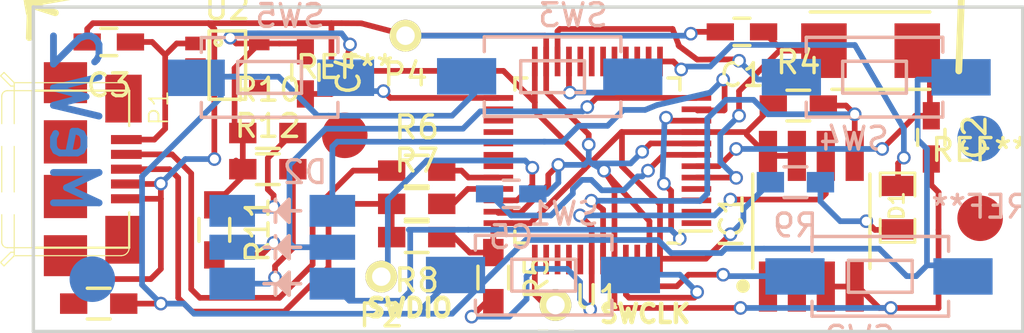
<source format=kicad_pcb>
(kicad_pcb (version 4) (host pcbnew 4.0.2-stable)

  (general
    (links 69)
    (no_connects 0)
    (area 31.090799 28.799719 74.703001 43.209281)
    (thickness 1.6)
    (drawings 10)
    (tracks 431)
    (zones 0)
    (modules 34)
    (nets 50)
  )

  (page A4)
  (layers
    (0 F.Cu signal)
    (31 B.Cu signal)
    (36 B.SilkS user hide)
    (37 F.SilkS user hide)
    (38 B.Mask user)
    (39 F.Mask user)
    (44 Edge.Cuts user)
  )

  (setup
    (last_trace_width 0.25)
    (trace_clearance 0.2)
    (zone_clearance 0.508)
    (zone_45_only no)
    (trace_min 0.2)
    (segment_width 0.2)
    (edge_width 0.15)
    (via_size 0.6)
    (via_drill 0.4)
    (via_min_size 0.4)
    (via_min_drill 0.3)
    (uvia_size 0.3)
    (uvia_drill 0.1)
    (uvias_allowed no)
    (uvia_min_size 0.2)
    (uvia_min_drill 0.1)
    (pcb_text_width 0.3)
    (pcb_text_size 1.5 1.5)
    (mod_edge_width 0.15)
    (mod_text_size 1 1)
    (mod_text_width 0.15)
    (pad_size 2 2)
    (pad_drill 0)
    (pad_to_mask_clearance 0)
    (aux_axis_origin 0 0)
    (visible_elements 7FFCFF1F)
    (pcbplotparams
      (layerselection 0x010c0_80000001)
      (usegerberextensions false)
      (excludeedgelayer true)
      (linewidth 0.100000)
      (plotframeref false)
      (viasonmask false)
      (mode 1)
      (useauxorigin false)
      (hpglpennumber 1)
      (hpglpenspeed 20)
      (hpglpendiameter 15)
      (hpglpenoverlay 2)
      (psnegative false)
      (psa4output false)
      (plotreference true)
      (plotvalue true)
      (plotinvisibletext false)
      (padsonsilk false)
      (subtractmaskfromsilk false)
      (outputformat 1)
      (mirror false)
      (drillshape 0)
      (scaleselection 1)
      (outputdirectory board_mew2/))
  )

  (net 0 "")
  (net 1 +3V3)
  (net 2 "Net-(C3-Pad1)")
  (net 3 "Net-(C1-Pad1)")
  (net 4 "Net-(C2-Pad1)")
  (net 5 /USB_DP)
  (net 6 /USB_DM)
  (net 7 /SWDIO)
  (net 8 /SWCLK)
  (net 9 /BTN_1)
  (net 10 /BTN_2)
  (net 11 /BTN_3)
  (net 12 /BTN_4)
  (net 13 /BTN_5)
  (net 14 "Net-(U1-Pad1)")
  (net 15 "Net-(U1-Pad2)")
  (net 16 "Net-(U1-Pad3)")
  (net 17 "Net-(U1-Pad4)")
  (net 18 "Net-(U1-Pad18)")
  (net 19 "Net-(U1-Pad19)")
  (net 20 "Net-(U1-Pad20)")
  (net 21 "Net-(U1-Pad27)")
  (net 22 "Net-(U1-Pad28)")
  (net 23 "Net-(U1-Pad30)")
  (net 24 "Net-(U1-Pad31)")
  (net 25 "Net-(U1-Pad38)")
  (net 26 "Net-(U1-Pad39)")
  (net 27 "Net-(U1-Pad40)")
  (net 28 "Net-(U1-Pad41)")
  (net 29 GND)
  (net 30 /LED_READY)
  (net 31 "Net-(D1-Pad2)")
  (net 32 "Net-(D2-Pad4)")
  (net 33 "Net-(D2-Pad5)")
  (net 34 "Net-(D2-Pad6)")
  (net 35 /LED_R)
  (net 36 /LED_G)
  (net 37 /LED_B)
  (net 38 /I2C_SDA_1)
  (net 39 "Net-(P1-Pad3)")
  (net 40 "Net-(P1-Pad2)")
  (net 41 /I2C_SCL_1)
  (net 42 "Net-(R13-Pad1)")
  (net 43 "Net-(U1-Pad14)")
  (net 44 "Net-(U1-Pad15)")
  (net 45 "Net-(U1-Pad16)")
  (net 46 "Net-(U1-Pad17)")
  (net 47 "Net-(U1-Pad29)")
  (net 48 "Net-(U1-Pad26)")
  (net 49 "Net-(C5-Pad1)")

  (net_class Default "Это класс цепей по умолчанию."
    (clearance 0.2)
    (trace_width 0.25)
    (via_dia 0.6)
    (via_drill 0.4)
    (uvia_dia 0.3)
    (uvia_drill 0.1)
    (add_net +3V3)
    (add_net /BTN_1)
    (add_net /BTN_2)
    (add_net /BTN_3)
    (add_net /BTN_4)
    (add_net /BTN_5)
    (add_net /I2C_SCL_1)
    (add_net /I2C_SDA_1)
    (add_net /LED_B)
    (add_net /LED_G)
    (add_net /LED_R)
    (add_net /LED_READY)
    (add_net /SWCLK)
    (add_net /SWDIO)
    (add_net /USB_DM)
    (add_net /USB_DP)
    (add_net GND)
    (add_net "Net-(C1-Pad1)")
    (add_net "Net-(C2-Pad1)")
    (add_net "Net-(C3-Pad1)")
    (add_net "Net-(C5-Pad1)")
    (add_net "Net-(D1-Pad2)")
    (add_net "Net-(D2-Pad4)")
    (add_net "Net-(D2-Pad5)")
    (add_net "Net-(D2-Pad6)")
    (add_net "Net-(P1-Pad2)")
    (add_net "Net-(P1-Pad3)")
    (add_net "Net-(R13-Pad1)")
    (add_net "Net-(U1-Pad1)")
    (add_net "Net-(U1-Pad14)")
    (add_net "Net-(U1-Pad15)")
    (add_net "Net-(U1-Pad16)")
    (add_net "Net-(U1-Pad17)")
    (add_net "Net-(U1-Pad18)")
    (add_net "Net-(U1-Pad19)")
    (add_net "Net-(U1-Pad2)")
    (add_net "Net-(U1-Pad20)")
    (add_net "Net-(U1-Pad26)")
    (add_net "Net-(U1-Pad27)")
    (add_net "Net-(U1-Pad28)")
    (add_net "Net-(U1-Pad29)")
    (add_net "Net-(U1-Pad3)")
    (add_net "Net-(U1-Pad30)")
    (add_net "Net-(U1-Pad31)")
    (add_net "Net-(U1-Pad38)")
    (add_net "Net-(U1-Pad39)")
    (add_net "Net-(U1-Pad4)")
    (add_net "Net-(U1-Pad40)")
    (add_net "Net-(U1-Pad41)")
  )

  (module Buttons_Switches_SMD:SW_SPST_EVQPE1 (layer B.Cu) (tedit 57AF5B28) (tstamp 5757E6F5)
    (at 68.37172 40.71112)
    (descr "Light Touch Switch")
    (path /574ECE61)
    (attr smd)
    (fp_text reference SW2 (at -0.9 2.7) (layer B.SilkS)
      (effects (font (size 1 1) (thickness 0.15)) (justify mirror))
    )
    (fp_text value SW_PUSH (at 0 0) (layer B.Fab)
      (effects (font (size 1 1) (thickness 0.15)) (justify mirror))
    )
    (fp_line (start -1.4 0.7) (end 1.4 0.7) (layer B.SilkS) (width 0.15))
    (fp_line (start 1.4 0.7) (end 1.4 -0.7) (layer B.SilkS) (width 0.15))
    (fp_line (start 1.4 -0.7) (end -1.4 -0.7) (layer B.SilkS) (width 0.15))
    (fp_line (start -1.4 -0.7) (end -1.4 0.7) (layer B.SilkS) (width 0.15))
    (fp_line (start -3.95 2) (end 3.95 2) (layer B.CrtYd) (width 0.05))
    (fp_line (start 3.95 2) (end 3.95 -2) (layer B.CrtYd) (width 0.05))
    (fp_line (start 3.95 -2) (end -3.95 -2) (layer B.CrtYd) (width 0.05))
    (fp_line (start -3.95 -2) (end -3.95 2) (layer B.CrtYd) (width 0.05))
    (fp_line (start 3 1.75) (end 3 1.1) (layer B.SilkS) (width 0.15))
    (fp_line (start 3 -1.75) (end 3 -1.1) (layer B.SilkS) (width 0.15))
    (fp_line (start -3 -1.1) (end -3 -1.75) (layer B.SilkS) (width 0.15))
    (fp_line (start -3 1.75) (end -3 1.1) (layer B.SilkS) (width 0.15))
    (fp_line (start 3 1.75) (end -3 1.75) (layer B.SilkS) (width 0.15))
    (fp_line (start -3 -1.75) (end 3 -1.75) (layer B.SilkS) (width 0.15))
    (pad 2 smd rect (at 3.6322 0.00508) (size 2.6 1.6) (layers B.Cu B.Mask)
      (net 42 "Net-(R13-Pad1)"))
    (pad 1 smd rect (at -3.74904 0.00508) (size 2.6 1.6) (layers B.Cu B.Mask)
      (net 10 /BTN_2))
  )

  (module Buttons_Switches_SMD:SW_SPST_EVQPE1 (layer B.Cu) (tedit 57AF5AB2) (tstamp 5757E701)
    (at 68.11772 31.96336)
    (descr "Light Touch Switch")
    (path /574ECEBE)
    (attr smd)
    (fp_text reference SW4 (at -0.9 2.7) (layer B.SilkS)
      (effects (font (size 1 1) (thickness 0.15)) (justify mirror))
    )
    (fp_text value SW_PUSH (at 0 0) (layer B.Fab)
      (effects (font (size 1 1) (thickness 0.15)) (justify mirror))
    )
    (fp_line (start -1.4 0.7) (end 1.4 0.7) (layer B.SilkS) (width 0.15))
    (fp_line (start 1.4 0.7) (end 1.4 -0.7) (layer B.SilkS) (width 0.15))
    (fp_line (start 1.4 -0.7) (end -1.4 -0.7) (layer B.SilkS) (width 0.15))
    (fp_line (start -1.4 -0.7) (end -1.4 0.7) (layer B.SilkS) (width 0.15))
    (fp_line (start -3.95 2) (end 3.95 2) (layer B.CrtYd) (width 0.05))
    (fp_line (start 3.95 2) (end 3.95 -2) (layer B.CrtYd) (width 0.05))
    (fp_line (start 3.95 -2) (end -3.95 -2) (layer B.CrtYd) (width 0.05))
    (fp_line (start -3.95 -2) (end -3.95 2) (layer B.CrtYd) (width 0.05))
    (fp_line (start 3 1.75) (end 3 1.1) (layer B.SilkS) (width 0.15))
    (fp_line (start 3 -1.75) (end 3 -1.1) (layer B.SilkS) (width 0.15))
    (fp_line (start -3 -1.1) (end -3 -1.75) (layer B.SilkS) (width 0.15))
    (fp_line (start -3 1.75) (end -3 1.1) (layer B.SilkS) (width 0.15))
    (fp_line (start 3 1.75) (end -3 1.75) (layer B.SilkS) (width 0.15))
    (fp_line (start -3 -1.75) (end 3 -1.75) (layer B.SilkS) (width 0.15))
    (pad 2 smd rect (at 3.80238 0.00508) (size 2.6 1.6) (layers B.Cu B.Mask)
      (net 42 "Net-(R13-Pad1)"))
    (pad 1 smd rect (at -3.65252 -0.00254) (size 2.6 1.6) (layers B.Cu B.Mask)
      (net 12 /BTN_4))
  )

  (module Buttons_Switches_SMD:SW_SPST_EVQPE1 (layer B.Cu) (tedit 57AF59F1) (tstamp 5757E6EF)
    (at 53.58384 40.66032 180)
    (descr "Light Touch Switch")
    (path /574ECD82)
    (attr smd)
    (fp_text reference SW1 (at -0.9 2.7 180) (layer B.SilkS)
      (effects (font (size 1 1) (thickness 0.15)) (justify mirror))
    )
    (fp_text value SW_PUSH (at 0 0 180) (layer B.Fab)
      (effects (font (size 1 1) (thickness 0.15)) (justify mirror))
    )
    (fp_line (start -1.4 0.7) (end 1.4 0.7) (layer B.SilkS) (width 0.15))
    (fp_line (start 1.4 0.7) (end 1.4 -0.7) (layer B.SilkS) (width 0.15))
    (fp_line (start 1.4 -0.7) (end -1.4 -0.7) (layer B.SilkS) (width 0.15))
    (fp_line (start -1.4 -0.7) (end -1.4 0.7) (layer B.SilkS) (width 0.15))
    (fp_line (start -3.95 2) (end 3.95 2) (layer B.CrtYd) (width 0.05))
    (fp_line (start 3.95 2) (end 3.95 -2) (layer B.CrtYd) (width 0.05))
    (fp_line (start 3.95 -2) (end -3.95 -2) (layer B.CrtYd) (width 0.05))
    (fp_line (start -3.95 -2) (end -3.95 2) (layer B.CrtYd) (width 0.05))
    (fp_line (start 3 1.75) (end 3 1.1) (layer B.SilkS) (width 0.15))
    (fp_line (start 3 -1.75) (end 3 -1.1) (layer B.SilkS) (width 0.15))
    (fp_line (start -3 -1.1) (end -3 -1.75) (layer B.SilkS) (width 0.15))
    (fp_line (start -3 1.75) (end -3 1.1) (layer B.SilkS) (width 0.15))
    (fp_line (start 3 1.75) (end -3 1.75) (layer B.SilkS) (width 0.15))
    (fp_line (start -3 -1.75) (end 3 -1.75) (layer B.SilkS) (width 0.15))
    (pad 2 smd rect (at 3.8735 0.00762 180) (size 2.6 1.6) (layers B.Cu B.Mask)
      (net 42 "Net-(R13-Pad1)"))
    (pad 1 smd rect (at -3.81 0.00762 180) (size 2.6 1.6) (layers B.Cu B.Mask)
      (net 9 /BTN_1))
  )

  (module Buttons_Switches_SMD:SW_SPST_EVQPE1 (layer B.Cu) (tedit 57AF58B7) (tstamp 5757E6FB)
    (at 53.975 31.9405 180)
    (descr "Light Touch Switch")
    (path /574ED098)
    (attr smd)
    (fp_text reference SW3 (at -0.9 2.7 180) (layer B.SilkS)
      (effects (font (size 1 1) (thickness 0.15)) (justify mirror))
    )
    (fp_text value SW_PUSH (at 0 0 180) (layer B.Fab)
      (effects (font (size 1 1) (thickness 0.15)) (justify mirror))
    )
    (fp_line (start -1.4 0.7) (end 1.4 0.7) (layer B.SilkS) (width 0.15))
    (fp_line (start 1.4 0.7) (end 1.4 -0.7) (layer B.SilkS) (width 0.15))
    (fp_line (start 1.4 -0.7) (end -1.4 -0.7) (layer B.SilkS) (width 0.15))
    (fp_line (start -1.4 -0.7) (end -1.4 0.7) (layer B.SilkS) (width 0.15))
    (fp_line (start -3.95 2) (end 3.95 2) (layer B.CrtYd) (width 0.05))
    (fp_line (start 3.95 2) (end 3.95 -2) (layer B.CrtYd) (width 0.05))
    (fp_line (start 3.95 -2) (end -3.95 -2) (layer B.CrtYd) (width 0.05))
    (fp_line (start -3.95 -2) (end -3.95 2) (layer B.CrtYd) (width 0.05))
    (fp_line (start 3 1.75) (end 3 1.1) (layer B.SilkS) (width 0.15))
    (fp_line (start 3 -1.75) (end 3 -1.1) (layer B.SilkS) (width 0.15))
    (fp_line (start -3 -1.1) (end -3 -1.75) (layer B.SilkS) (width 0.15))
    (fp_line (start -3 1.75) (end -3 1.1) (layer B.SilkS) (width 0.15))
    (fp_line (start 3 1.75) (end -3 1.75) (layer B.SilkS) (width 0.15))
    (fp_line (start -3 -1.75) (end 3 -1.75) (layer B.SilkS) (width 0.15))
    (pad 2 smd rect (at 3.77698 0.01524 180) (size 2.6 1.6) (layers B.Cu B.Mask)
      (net 42 "Net-(R13-Pad1)"))
    (pad 1 smd rect (at -3.52298 -0.00508 180) (size 2.6 1.6) (layers B.Cu B.Mask)
      (net 11 /BTN_3))
  )

  (module Measurement_Points:Measurement_Point_Round-SMD-Pad_Big (layer F.Cu) (tedit 57AC2ADB) (tstamp 57AC2B5E)
    (at 72.75576 38.16096)
    (descr "Mesurement Point, Round, SMD Pad, DM 3mm,")
    (tags "Mesurement Point Round SMD Pad 3mm")
    (attr virtual)
    (fp_text reference REF** (at 0 -3) (layer F.SilkS)
      (effects (font (size 1 1) (thickness 0.15)))
    )
    (fp_text value Measurement_Point_Round-SMD-Pad_Big (at 0 3) (layer F.Fab)
      (effects (font (size 1 1) (thickness 0.15)))
    )
    (fp_circle (center 0 0) (end 1.75 0) (layer F.CrtYd) (width 0.05))
    (pad 1 smd circle (at 0 0) (size 2 2) (layers F.Cu F.Mask))
  )

  (module Measurement_Points:Measurement_Point_Round-SMD-Pad_Big (layer B.Cu) (tedit 57AC2AA9) (tstamp 57AC2B0D)
    (at 33.7566 40.83812)
    (descr "Mesurement Point, Round, SMD Pad, DM 3mm,")
    (tags "Mesurement Point Round SMD Pad 3mm")
    (attr virtual)
    (fp_text reference REF** (at 0 3) (layer B.SilkS)
      (effects (font (size 1 1) (thickness 0.15)) (justify mirror))
    )
    (fp_text value Measurement_Point_Round-SMD-Pad_Big (at 0 -3) (layer B.Fab)
      (effects (font (size 1 1) (thickness 0.15)) (justify mirror))
    )
    (fp_circle (center 0 0) (end 1.75 0) (layer B.CrtYd) (width 0.05))
    (pad 1 smd circle (at 0 0) (size 2 2) (layers B.Cu B.Mask))
  )

  (module Buttons_Switches_SMD:SW_SPST_EVQPE1 (layer B.Cu) (tedit 57AC27CF) (tstamp 5757E707)
    (at 41.54424 31.97352 180)
    (descr "Light Touch Switch")
    (path /574ED031)
    (attr smd)
    (fp_text reference SW5 (at -0.9 2.7 180) (layer B.SilkS)
      (effects (font (size 1 1) (thickness 0.15)) (justify mirror))
    )
    (fp_text value SW_PUSH (at 0 0 180) (layer B.Fab)
      (effects (font (size 1 1) (thickness 0.15)) (justify mirror))
    )
    (fp_line (start -1.4 0.7) (end 1.4 0.7) (layer B.SilkS) (width 0.15))
    (fp_line (start 1.4 0.7) (end 1.4 -0.7) (layer B.SilkS) (width 0.15))
    (fp_line (start 1.4 -0.7) (end -1.4 -0.7) (layer B.SilkS) (width 0.15))
    (fp_line (start -1.4 -0.7) (end -1.4 0.7) (layer B.SilkS) (width 0.15))
    (fp_line (start -3.95 2) (end 3.95 2) (layer B.CrtYd) (width 0.05))
    (fp_line (start 3.95 2) (end 3.95 -2) (layer B.CrtYd) (width 0.05))
    (fp_line (start 3.95 -2) (end -3.95 -2) (layer B.CrtYd) (width 0.05))
    (fp_line (start -3.95 -2) (end -3.95 2) (layer B.CrtYd) (width 0.05))
    (fp_line (start 3 1.75) (end 3 1.1) (layer B.SilkS) (width 0.15))
    (fp_line (start 3 -1.75) (end 3 -1.1) (layer B.SilkS) (width 0.15))
    (fp_line (start -3 -1.1) (end -3 -1.75) (layer B.SilkS) (width 0.15))
    (fp_line (start -3 1.75) (end -3 1.1) (layer B.SilkS) (width 0.15))
    (fp_line (start 3 1.75) (end -3 1.75) (layer B.SilkS) (width 0.15))
    (fp_line (start -3 -1.75) (end 3 -1.75) (layer B.SilkS) (width 0.15))
    (pad 2 smd rect (at 3.21818 -0.01778 180) (size 2.5 1.6) (layers B.Cu B.Mask)
      (net 42 "Net-(R13-Pad1)"))
    (pad 1 smd rect (at -3.3401 -0.01524 180) (size 2.5 1.6) (layers B.Cu B.Mask)
      (net 13 /BTN_5))
  )

  (module Measurement_Points:Measurement_Point_Round-SMD-Pad_Big (layer F.Cu) (tedit 57AC2ADB) (tstamp 57AC24A9)
    (at 44.84624 34.5186)
    (descr "Mesurement Point, Round, SMD Pad, DM 3mm,")
    (tags "Mesurement Point Round SMD Pad 3mm")
    (attr virtual)
    (fp_text reference REF** (at 0 -3) (layer F.SilkS)
      (effects (font (size 1 1) (thickness 0.15)))
    )
    (fp_text value Measurement_Point_Round-SMD-Pad_Big (at 0 3) (layer F.Fab)
      (effects (font (size 1 1) (thickness 0.15)))
    )
    (fp_circle (center 0 0) (end 1.75 0) (layer F.CrtYd) (width 0.05))
    (pad 1 smd circle (at 0 0) (size 2 2) (layers F.Cu F.Mask))
  )

  (module user:SO-8_EP1 (layer F.Cu) (tedit 57A386AF) (tstamp 5757E683)
    (at 65.3415 38.2905 90)
    (descr "Alpha & Omega Semi Buck Regulators: http://www.aosmd.com/res/data_sheets/AOZ3015PI.pdf")
    (tags "SOIC 1.27 EP")
    (path /5757D3FC)
    (attr smd)
    (fp_text reference IC1 (at 0 -3.5 90) (layer F.SilkS)
      (effects (font (size 1 1) (thickness 0.15)))
    )
    (fp_text value ATSHA204A (at 0 3.5 90) (layer F.Fab) hide
      (effects (font (size 1 1) (thickness 0.15)))
    )
    (fp_circle (center -2.85 -3) (end -3 -3) (layer F.SilkS) (width 0.3))
    (fp_line (start -3.75 -2.75) (end -3.75 2.75) (layer F.CrtYd) (width 0.05))
    (fp_line (start 3.75 -2.75) (end 3.75 2.75) (layer F.CrtYd) (width 0.05))
    (fp_line (start -3.75 -2.75) (end 3.75 -2.75) (layer F.CrtYd) (width 0.05))
    (fp_line (start -3.75 2.75) (end 3.75 2.75) (layer F.CrtYd) (width 0.05))
    (fp_line (start -2.075 -2.575) (end 2.075 -2.575) (layer F.SilkS) (width 0.15))
    (fp_line (start -2.075 2.575) (end 2.075 2.575) (layer F.SilkS) (width 0.15))
    (pad 4 smd rect (at -2.87 -1.905 90) (size 2.2 0.8) (layers F.Cu F.Mask)
      (net 29 GND))
    (pad 4 smd rect (at -2.87 -0.635 90) (size 2.2 0.8) (layers F.Cu F.Mask)
      (net 29 GND))
    (pad 4 smd rect (at -2.87 0.635 90) (size 2.2 0.8) (layers F.Cu F.Mask)
      (net 29 GND))
    (pad 4 smd rect (at -2.87 1.905 90) (size 2.2 0.8) (layers F.Cu F.Mask)
      (net 29 GND))
    (pad 5 smd rect (at 2.87 1.905 90) (size 2.2 0.8) (layers F.Cu F.Mask)
      (net 38 /I2C_SDA_1))
    (pad 6 smd rect (at 2.87 0.635 90) (size 2.2 0.8) (layers F.Cu F.Mask)
      (net 41 /I2C_SCL_1))
    (pad 8 smd rect (at 2.87 -0.635 90) (size 2.2 0.8) (layers F.Cu F.Mask)
      (net 1 +3V3))
    (pad 8 smd rect (at 2.87 -1.905 90) (size 2.2 0.8) (layers F.Cu F.Mask)
      (net 1 +3V3))
    (model Housings_SOIC.3dshapes/SOIC-8-1EP_3.9x4.9mm_Pitch1.27mm.wrl
      (at (xyz 0 0 0))
      (scale (xyz 1 1 1))
      (rotate (xyz 0 0 0))
    )
  )

  (module user:USB_MICRO_B_SMD (layer F.Cu) (tedit 57A38437) (tstamp 5757E694)
    (at 32.5755 36.0045 270)
    (path /574ECC89)
    (fp_text reference P1 (at -2.7 -4.1 270) (layer F.SilkS)
      (effects (font (size 0.8128 0.8128) (thickness 0.0762)))
    )
    (fp_text value USB_A (at 0 3.7 270) (layer F.SilkS)
      (effects (font (size 0.8128 0.8128) (thickness 0.0762)))
    )
    (fp_line (start -4 1.45) (end 4 1.45) (layer F.Fab) (width 0.05))
    (fp_line (start 4.09956 2.84988) (end 4.24942 2.70002) (layer F.SilkS) (width 0.0508))
    (fp_line (start 4.09956 2.84988) (end 3.64998 2.4003) (layer F.SilkS) (width 0.0508))
    (fp_line (start 3.64998 2.4003) (end 3.64998 2.25044) (layer F.SilkS) (width 0.0508))
    (fp_line (start -4.24942 2.70002) (end -4.09956 2.84988) (layer F.SilkS) (width 0.0508))
    (fp_line (start -4.09956 2.84988) (end -3.64998 2.4003) (layer F.SilkS) (width 0.0508))
    (fp_line (start -3.64998 2.4003) (end -3.64998 2.25044) (layer F.SilkS) (width 0.0508))
    (fp_line (start 3.79984 2.25044) (end 4.24942 2.70002) (layer F.SilkS) (width 0.0508))
    (fp_line (start -3.79984 2.25044) (end -4.24942 2.70002) (layer F.SilkS) (width 0.0508))
    (fp_line (start 1.99898 2.25044) (end 3.79984 2.25044) (layer F.SilkS) (width 0.0508))
    (fp_line (start -1.00076 2.25044) (end 1.00076 2.25044) (layer F.SilkS) (width 0.0508))
    (fp_line (start -3.79984 2.25044) (end -1.99898 2.25044) (layer F.SilkS) (width 0.0508))
    (fp_arc (start -3.2004 2.55016) (end -3.2004 2.79908) (angle 90) (layer F.SilkS) (width 0.0508))
    (fp_arc (start 3.2004 2.55016) (end 3.44932 2.55016) (angle 90) (layer F.SilkS) (width 0.0508))
    (fp_line (start 1.99898 2.79908) (end 3.2004 2.79908) (layer F.SilkS) (width 0.0508))
    (fp_line (start -1.00076 2.79908) (end 1.00076 2.79908) (layer F.SilkS) (width 0.0508))
    (fp_line (start -3.2004 2.79908) (end -1.99898 2.79908) (layer F.SilkS) (width 0.0508))
    (fp_line (start 3.44932 1.45034) (end 3.44932 2.55016) (layer F.SilkS) (width 0.0508))
    (fp_line (start -3.44932 1.45034) (end -3.44932 2.55016) (layer F.SilkS) (width 0.0508))
    (fp_line (start -3.79984 -2.4511) (end -3.79984 2.25044) (layer F.SilkS) (width 0.0508))
    (fp_line (start 3.79984 -2.4511) (end 3.79984 2.25044) (layer F.SilkS) (width 0.0508))
    (fp_arc (start -3.44932 -2.4511) (end -3.79984 -2.4511) (angle 90) (layer F.SilkS) (width 0.0508))
    (fp_arc (start 3.44932 -2.4511) (end 3.44932 -2.79908) (angle 90) (layer F.SilkS) (width 0.0508))
    (fp_line (start -3.44932 -2.79908) (end -1.89992 -2.79908) (layer F.SilkS) (width 0.09906))
    (fp_line (start 3.44932 -2.79908) (end 1.89992 -2.79908) (layer F.SilkS) (width 0.09906))
    (fp_line (start -3.44932 1.45034) (end -3.44932 -2.79908) (layer F.SilkS) (width 0.09906))
    (fp_line (start 3.44932 1.45034) (end 3.44932 -2.79908) (layer F.SilkS) (width 0.09906))
    (fp_line (start -3.44932 1.45034) (end 3.44932 1.45034) (layer F.SilkS) (width 0.09906))
    (pad 1 smd rect (at -1.3 -2.675 270) (size 0.4 1.35) (layers F.Cu F.Mask)
      (net 2 "Net-(C3-Pad1)"))
    (pad 2 smd rect (at -0.65 -2.675 270) (size 0.4 1.35) (layers F.Cu F.Mask)
      (net 40 "Net-(P1-Pad2)"))
    (pad 3 smd rect (at 0 -2.675 270) (size 0.4 1.35) (layers F.Cu F.Mask)
      (net 39 "Net-(P1-Pad3)"))
    (pad 4 smd rect (at 0.65 -2.675 270) (size 0.4 1.35) (layers F.Cu F.Mask)
      (net 29 GND))
    (pad 4 smd rect (at 1.3 -2.675 270) (size 0.4 1.35) (layers F.Cu F.Mask)
      (net 29 GND))
    (pad 8 smd rect (at -3.8 0 270) (size 1.8 1.9) (layers F.Cu F.Mask))
    (pad 7 smd rect (at 3.8 0 270) (size 1.8 1.9) (layers F.Cu F.Mask))
    (pad 9 smd rect (at -3.1 -2.55 270) (size 2.1 1.6) (layers F.Cu F.Mask))
    (pad "" smd rect (at -1.2 0 270) (size 1.9 1.9) (layers F.Cu F.Mask))
    (pad "" smd rect (at 1.2 0 270) (size 1.9 1.9) (layers F.Cu F.Mask))
    (pad 6 smd rect (at 3.1 -2.55 270) (size 2.1 1.6) (layers F.Cu F.Mask))
    (model ab2_usb/AB2_USB_MICRO_SMD.x3d
      (at (xyz 0 -0.108268 0))
      (scale (xyz 0.3937 0.3937 0.3937))
      (rotate (xyz 0 0 0))
    )
  )

  (module Capacitors_SMD:C_0603_HandSoldering (layer F.Cu) (tedit 541A9B4D) (tstamp 5757E654)
    (at 62.2935 29.972 180)
    (descr "Capacitor SMD 0603, hand soldering")
    (tags "capacitor 0603")
    (path /574F2133)
    (attr smd)
    (fp_text reference C1 (at 0 -1.9 180) (layer F.SilkS)
      (effects (font (size 1 1) (thickness 0.15)))
    )
    (fp_text value 22 (at 0 1.9 180) (layer F.Fab)
      (effects (font (size 1 1) (thickness 0.15)))
    )
    (fp_line (start -1.85 -0.75) (end 1.85 -0.75) (layer F.CrtYd) (width 0.05))
    (fp_line (start -1.85 0.75) (end 1.85 0.75) (layer F.CrtYd) (width 0.05))
    (fp_line (start -1.85 -0.75) (end -1.85 0.75) (layer F.CrtYd) (width 0.05))
    (fp_line (start 1.85 -0.75) (end 1.85 0.75) (layer F.CrtYd) (width 0.05))
    (fp_line (start -0.35 -0.6) (end 0.35 -0.6) (layer F.SilkS) (width 0.15))
    (fp_line (start 0.35 0.6) (end -0.35 0.6) (layer F.SilkS) (width 0.15))
    (pad 1 smd rect (at -0.95 0 180) (size 1.2 0.75) (layers F.Cu F.Mask)
      (net 3 "Net-(C1-Pad1)"))
    (pad 2 smd rect (at 0.95 0 180) (size 1.2 0.75) (layers F.Cu F.Mask)
      (net 29 GND))
    (model Capacitors_SMD.3dshapes/C_0603_HandSoldering.wrl
      (at (xyz 0 0 0))
      (scale (xyz 1 1 1))
      (rotate (xyz 0 0 0))
    )
  )

  (module Capacitors_SMD:C_0603_HandSoldering (layer F.Cu) (tedit 541A9B4D) (tstamp 5757E65A)
    (at 70.612 34.6075 270)
    (descr "Capacitor SMD 0603, hand soldering")
    (tags "capacitor 0603")
    (path /574F21A6)
    (attr smd)
    (fp_text reference C2 (at 0 -1.9 270) (layer F.SilkS)
      (effects (font (size 1 1) (thickness 0.15)))
    )
    (fp_text value 22 (at 0 1.9 270) (layer F.Fab)
      (effects (font (size 1 1) (thickness 0.15)))
    )
    (fp_line (start -1.85 -0.75) (end 1.85 -0.75) (layer F.CrtYd) (width 0.05))
    (fp_line (start -1.85 0.75) (end 1.85 0.75) (layer F.CrtYd) (width 0.05))
    (fp_line (start -1.85 -0.75) (end -1.85 0.75) (layer F.CrtYd) (width 0.05))
    (fp_line (start 1.85 -0.75) (end 1.85 0.75) (layer F.CrtYd) (width 0.05))
    (fp_line (start -0.35 -0.6) (end 0.35 -0.6) (layer F.SilkS) (width 0.15))
    (fp_line (start 0.35 0.6) (end -0.35 0.6) (layer F.SilkS) (width 0.15))
    (pad 1 smd rect (at -0.95 0 270) (size 1.2 0.75) (layers F.Cu F.Mask)
      (net 4 "Net-(C2-Pad1)"))
    (pad 2 smd rect (at 0.95 0 270) (size 1.2 0.75) (layers F.Cu F.Mask)
      (net 29 GND))
    (model Capacitors_SMD.3dshapes/C_0603_HandSoldering.wrl
      (at (xyz 0 0 0))
      (scale (xyz 1 1 1))
      (rotate (xyz 0 0 0))
    )
  )

  (module Capacitors_SMD:C_0603_HandSoldering (layer F.Cu) (tedit 541A9B4D) (tstamp 5757E660)
    (at 34.4805 30.4165 180)
    (descr "Capacitor SMD 0603, hand soldering")
    (tags "capacitor 0603")
    (path /574F0287)
    (attr smd)
    (fp_text reference C3 (at 0 -1.9 180) (layer F.SilkS)
      (effects (font (size 1 1) (thickness 0.15)))
    )
    (fp_text value 100nf (at 0 1.9 180) (layer F.Fab)
      (effects (font (size 1 1) (thickness 0.15)))
    )
    (fp_line (start -1.85 -0.75) (end 1.85 -0.75) (layer F.CrtYd) (width 0.05))
    (fp_line (start -1.85 0.75) (end 1.85 0.75) (layer F.CrtYd) (width 0.05))
    (fp_line (start -1.85 -0.75) (end -1.85 0.75) (layer F.CrtYd) (width 0.05))
    (fp_line (start 1.85 -0.75) (end 1.85 0.75) (layer F.CrtYd) (width 0.05))
    (fp_line (start -0.35 -0.6) (end 0.35 -0.6) (layer F.SilkS) (width 0.15))
    (fp_line (start 0.35 0.6) (end -0.35 0.6) (layer F.SilkS) (width 0.15))
    (pad 1 smd rect (at -0.95 0 180) (size 1.2 0.75) (layers F.Cu F.Mask)
      (net 2 "Net-(C3-Pad1)"))
    (pad 2 smd rect (at 0.95 0 180) (size 1.2 0.75) (layers F.Cu F.Mask)
      (net 29 GND))
    (model Capacitors_SMD.3dshapes/C_0603_HandSoldering.wrl
      (at (xyz 0 0 0))
      (scale (xyz 1 1 1))
      (rotate (xyz 0 0 0))
    )
  )

  (module Capacitors_SMD:C_0603_HandSoldering (layer F.Cu) (tedit 541A9B4D) (tstamp 5757E666)
    (at 43.1165 31.75 270)
    (descr "Capacitor SMD 0603, hand soldering")
    (tags "capacitor 0603")
    (path /574F048C)
    (attr smd)
    (fp_text reference C4 (at 0 -1.9 270) (layer F.SilkS)
      (effects (font (size 1 1) (thickness 0.15)))
    )
    (fp_text value 1mf (at 0 1.9 270) (layer F.Fab)
      (effects (font (size 1 1) (thickness 0.15)))
    )
    (fp_line (start -1.85 -0.75) (end 1.85 -0.75) (layer F.CrtYd) (width 0.05))
    (fp_line (start -1.85 0.75) (end 1.85 0.75) (layer F.CrtYd) (width 0.05))
    (fp_line (start -1.85 -0.75) (end -1.85 0.75) (layer F.CrtYd) (width 0.05))
    (fp_line (start 1.85 -0.75) (end 1.85 0.75) (layer F.CrtYd) (width 0.05))
    (fp_line (start -0.35 -0.6) (end 0.35 -0.6) (layer F.SilkS) (width 0.15))
    (fp_line (start 0.35 0.6) (end -0.35 0.6) (layer F.SilkS) (width 0.15))
    (pad 1 smd rect (at -0.95 0 270) (size 1.2 0.75) (layers F.Cu F.Mask)
      (net 1 +3V3))
    (pad 2 smd rect (at 0.95 0 270) (size 1.2 0.75) (layers F.Cu F.Mask)
      (net 29 GND))
    (model Capacitors_SMD.3dshapes/C_0603_HandSoldering.wrl
      (at (xyz 0 0 0))
      (scale (xyz 1 1 1))
      (rotate (xyz 0 0 0))
    )
  )

  (module smd:SM0805 (layer F.Cu) (tedit 540D8220) (tstamp 5757E66C)
    (at 69.12864 37.6936 270)
    (path /57584AA2)
    (attr smd)
    (fp_text reference D1 (at -0.08128 0.03302 270) (layer F.SilkS)
      (effects (font (size 0.635 0.635) (thickness 0.127)))
    )
    (fp_text value YELLOW (at 0 0 270) (layer F.SilkS) hide
      (effects (font (size 0.635 0.635) (thickness 0.127)))
    )
    (fp_line (start -0.508 0.762) (end -1.524 0.762) (layer F.SilkS) (width 0.127))
    (fp_line (start -1.524 0.762) (end -1.524 -0.762) (layer F.SilkS) (width 0.127))
    (fp_line (start -1.524 -0.762) (end -0.508 -0.762) (layer F.SilkS) (width 0.127))
    (fp_line (start 0.508 -0.762) (end 1.524 -0.762) (layer F.SilkS) (width 0.127))
    (fp_line (start 1.524 -0.762) (end 1.524 0.762) (layer F.SilkS) (width 0.127))
    (fp_line (start 1.524 0.762) (end 0.508 0.762) (layer F.SilkS) (width 0.127))
    (pad 1 smd rect (at -0.9525 0 270) (size 0.889 1.397) (layers F.Cu F.Mask)
      (net 30 /LED_READY))
    (pad 2 smd rect (at 0.9525 0 270) (size 0.889 1.397) (layers F.Cu F.Mask)
      (net 31 "Net-(D1-Pad2)"))
    (model smd/chip_cms.wrl
      (at (xyz 0 0 0))
      (scale (xyz 0.1 0.1 0.1))
      (rotate (xyz 0 0 0))
    )
  )

  (module user:LED_5050_RGB (layer B.Cu) (tedit 5514A1B3) (tstamp 5757E676)
    (at 42.1005 39.4335 180)
    (path /575831EE)
    (fp_text reference D2 (at -1 3.3 180) (layer B.SilkS)
      (effects (font (size 1 1) (thickness 0.15)) (justify mirror))
    )
    (fp_text value LED_RGB_0505 (at 0 -3.3 180) (layer B.SilkS) hide
      (effects (font (size 1 1) (thickness 0.15)) (justify mirror))
    )
    (fp_circle (center 0 0) (end 0.3 0) (layer B.Adhes) (width 0.6))
    (fp_line (start 1.8 -1.5) (end 2.1 -1.5) (layer B.Fab) (width 0.15))
    (fp_line (start 1.8 -1.6) (end 1.8 -1.5) (layer B.Fab) (width 0.15))
    (fp_line (start 2.2 -1.6) (end 1.8 -1.6) (layer B.Fab) (width 0.15))
    (fp_line (start 2.2 -1.4) (end 2.2 -1.6) (layer B.Fab) (width 0.15))
    (fp_line (start 1.7 -1.4) (end 2.2 -1.4) (layer B.Fab) (width 0.15))
    (fp_line (start 1.7 -1.7) (end 1.7 -1.4) (layer B.Fab) (width 0.15))
    (fp_line (start 2.3 -1.7) (end 1.7 -1.7) (layer B.Fab) (width 0.15))
    (fp_line (start 2.3 -1.3) (end 2.3 -1.7) (layer B.Fab) (width 0.15))
    (fp_line (start 1.6 -1.3) (end 2.3 -1.3) (layer B.Fab) (width 0.15))
    (fp_line (start 1.6 -1.8) (end 1.6 -1.3) (layer B.Fab) (width 0.15))
    (fp_line (start 2.4 -1.8) (end 1.6 -1.8) (layer B.Fab) (width 0.15))
    (fp_line (start 2.4 -1.2) (end 2.4 -1.8) (layer B.Fab) (width 0.15))
    (fp_line (start 1.5 -1.2) (end 2.4 -1.2) (layer B.Fab) (width 0.15))
    (fp_line (start 1.5 -1.9) (end 1.5 -1.2) (layer B.Fab) (width 0.15))
    (fp_line (start 2.6 -1.9) (end 1.5 -1.9) (layer B.Fab) (width 0.15))
    (fp_line (start 2.6 -1.1) (end 2.6 -1.9) (layer B.Fab) (width 0.15))
    (fp_line (start 1.4 -1.1) (end 2.6 -1.1) (layer B.Fab) (width 0.15))
    (fp_line (start 1.4 -1.9) (end 1.4 -1.1) (layer B.Fab) (width 0.15))
    (fp_line (start 1.3 -2) (end 1.4 -1.9) (layer B.Fab) (width 0.15))
    (fp_line (start 2.7 -2) (end 1.3 -2) (layer B.Fab) (width 0.15))
    (fp_line (start 2.7 -1) (end 2.7 -2) (layer B.Fab) (width 0.15))
    (fp_line (start 1.3 -1) (end 2.7 -1) (layer B.Fab) (width 0.15))
    (fp_line (start 1.3 -2) (end 1.3 -1) (layer B.Fab) (width 0.15))
    (fp_line (start 1.7 0) (end 2.1 0) (layer B.Fab) (width 0.15))
    (fp_line (start 1.7 -0.1) (end 1.7 0) (layer B.Fab) (width 0.15))
    (fp_line (start 2.2 -0.1) (end 1.7 -0.1) (layer B.Fab) (width 0.15))
    (fp_line (start 2.2 0.1) (end 2.2 -0.1) (layer B.Fab) (width 0.15))
    (fp_line (start 1.6 0.1) (end 2.2 0.1) (layer B.Fab) (width 0.15))
    (fp_line (start 1.6 -0.2) (end 1.6 0.1) (layer B.Fab) (width 0.15))
    (fp_line (start 2.3 -0.2) (end 1.6 -0.2) (layer B.Fab) (width 0.15))
    (fp_line (start 2.3 0.2) (end 2.3 -0.2) (layer B.Fab) (width 0.15))
    (fp_line (start 1.5 0.2) (end 2.3 0.2) (layer B.Fab) (width 0.15))
    (fp_line (start 1.5 -0.3) (end 1.5 0.2) (layer B.Fab) (width 0.15))
    (fp_line (start 2.4 -0.3) (end 1.5 -0.3) (layer B.Fab) (width 0.15))
    (fp_line (start 2.4 0.3) (end 2.4 -0.3) (layer B.Fab) (width 0.15))
    (fp_line (start 1.4 0.3) (end 2.4 0.3) (layer B.Fab) (width 0.15))
    (fp_line (start 1.4 -0.4) (end 1.4 0.3) (layer B.Fab) (width 0.15))
    (fp_line (start 2.7 -0.4) (end 1.3 -0.4) (layer B.Fab) (width 0.15))
    (fp_line (start 2.6 0.4) (end 2.6 -0.4) (layer B.Fab) (width 0.15))
    (fp_line (start 1.3 0.4) (end 2.7 0.4) (layer B.Fab) (width 0.15))
    (fp_line (start 1.3 -0.4) (end 1.3 0.4) (layer B.Fab) (width 0.15))
    (fp_line (start 2.7 0.4) (end 2.7 -0.4) (layer B.Fab) (width 0.15))
    (fp_line (start 2.2 1.5) (end 1.8 1.5) (layer B.Fab) (width 0.15))
    (fp_line (start 2.2 1.4) (end 2.2 1.5) (layer B.Fab) (width 0.15))
    (fp_line (start 1.7 1.4) (end 2.2 1.4) (layer B.Fab) (width 0.15))
    (fp_line (start 1.7 1.6) (end 1.7 1.4) (layer B.Fab) (width 0.15))
    (fp_line (start 2.3 1.6) (end 1.7 1.6) (layer B.Fab) (width 0.15))
    (fp_line (start 2.3 1.3) (end 2.3 1.6) (layer B.Fab) (width 0.15))
    (fp_line (start 1.6 1.3) (end 2.3 1.3) (layer B.Fab) (width 0.15))
    (fp_line (start 1.6 1.7) (end 1.6 1.3) (layer B.Fab) (width 0.15))
    (fp_line (start 2.4 1.7) (end 1.6 1.7) (layer B.Fab) (width 0.15))
    (fp_line (start 2.4 1.2) (end 2.4 1.7) (layer B.Fab) (width 0.15))
    (fp_line (start 1.5 1.2) (end 2.4 1.2) (layer B.Fab) (width 0.15))
    (fp_line (start 1.5 1.8) (end 1.5 1.2) (layer B.Fab) (width 0.15))
    (fp_line (start 2.6 1.8) (end 1.5 1.8) (layer B.Fab) (width 0.15))
    (fp_line (start 2.6 1.1) (end 2.6 1.8) (layer B.Fab) (width 0.15))
    (fp_line (start 1.4 1.1) (end 2.6 1.1) (layer B.Fab) (width 0.15))
    (fp_line (start 1.4 1.9) (end 1.4 1.1) (layer B.Fab) (width 0.15))
    (fp_line (start 2.6 1.9) (end 1.4 1.9) (layer B.Fab) (width 0.15))
    (fp_line (start 2.7 2) (end 2.6 1.9) (layer B.Fab) (width 0.15))
    (fp_line (start 2.7 1) (end 2.7 2) (layer B.Fab) (width 0.15))
    (fp_line (start 1.3 1) (end 2.7 1) (layer B.Fab) (width 0.15))
    (fp_line (start 1.3 2) (end 1.3 1) (layer B.Fab) (width 0.15))
    (fp_line (start 2.7 2) (end 1.3 2) (layer B.Fab) (width 0.15))
    (fp_line (start -2.1 -1.5) (end -1.8 -1.5) (layer B.Fab) (width 0.15))
    (fp_line (start -2.1 -1.6) (end -2.1 -1.5) (layer B.Fab) (width 0.15))
    (fp_line (start -1.7 -1.6) (end -2.1 -1.6) (layer B.Fab) (width 0.15))
    (fp_line (start -1.7 -1.4) (end -1.7 -1.6) (layer B.Fab) (width 0.15))
    (fp_line (start -2.2 -1.4) (end -1.7 -1.4) (layer B.Fab) (width 0.15))
    (fp_line (start -2.2 -1.7) (end -2.2 -1.4) (layer B.Fab) (width 0.15))
    (fp_line (start -1.6 -1.7) (end -2.2 -1.7) (layer B.Fab) (width 0.15))
    (fp_line (start -1.6 -1.3) (end -1.6 -1.7) (layer B.Fab) (width 0.15))
    (fp_line (start -2.3 -1.3) (end -1.6 -1.3) (layer B.Fab) (width 0.15))
    (fp_line (start -2.3 -1.8) (end -2.3 -1.3) (layer B.Fab) (width 0.15))
    (fp_line (start -1.5 -1.8) (end -2.3 -1.8) (layer B.Fab) (width 0.15))
    (fp_line (start -1.5 -1.2) (end -1.5 -1.8) (layer B.Fab) (width 0.15))
    (fp_line (start -2.4 -1.2) (end -1.5 -1.2) (layer B.Fab) (width 0.15))
    (fp_line (start -2.4 -1.9) (end -2.4 -1.2) (layer B.Fab) (width 0.15))
    (fp_line (start -1.4 -1.9) (end -2.4 -1.9) (layer B.Fab) (width 0.15))
    (fp_line (start -1.4 -1.1) (end -1.4 -1.9) (layer B.Fab) (width 0.15))
    (fp_line (start -2.6 -1.1) (end -1.4 -1.1) (layer B.Fab) (width 0.15))
    (fp_line (start -2.6 -1.9) (end -2.6 -1.1) (layer B.Fab) (width 0.15))
    (fp_line (start -2.7 -2) (end -2.6 -1.9) (layer B.Fab) (width 0.15))
    (fp_line (start -1.3 -2) (end -2.7 -2) (layer B.Fab) (width 0.15))
    (fp_line (start -1.3 -1) (end -1.3 -2) (layer B.Fab) (width 0.15))
    (fp_line (start -2.7 -1) (end -1.3 -1) (layer B.Fab) (width 0.15))
    (fp_line (start -2.7 -2) (end -2.7 -1) (layer B.Fab) (width 0.15))
    (fp_line (start -2.2 0) (end -1.8 0) (layer B.Fab) (width 0.15))
    (fp_line (start -2.2 -0.1) (end -2.2 0) (layer B.Fab) (width 0.15))
    (fp_line (start -1.7 -0.1) (end -2.2 -0.1) (layer B.Fab) (width 0.15))
    (fp_line (start -1.7 0.1) (end -1.7 -0.1) (layer B.Fab) (width 0.15))
    (fp_line (start -2.3 0.1) (end -1.7 0.1) (layer B.Fab) (width 0.15))
    (fp_line (start -2.3 -0.2) (end -2.3 0.1) (layer B.Fab) (width 0.15))
    (fp_line (start -1.6 -0.2) (end -2.3 -0.2) (layer B.Fab) (width 0.15))
    (fp_line (start -1.6 0.2) (end -1.6 -0.2) (layer B.Fab) (width 0.15))
    (fp_line (start -2.4 0.2) (end -1.6 0.2) (layer B.Fab) (width 0.15))
    (fp_line (start -2.4 -0.3) (end -2.4 0.2) (layer B.Fab) (width 0.15))
    (fp_line (start -1.5 -0.3) (end -2.4 -0.3) (layer B.Fab) (width 0.15))
    (fp_line (start -1.5 0.3) (end -1.5 -0.3) (layer B.Fab) (width 0.15))
    (fp_line (start -2.6 0.3) (end -1.5 0.3) (layer B.Fab) (width 0.15))
    (fp_line (start -2.6 -0.4) (end -2.6 0.3) (layer B.Fab) (width 0.15))
    (fp_line (start -1.3 -0.4) (end -2.7 -0.4) (layer B.Fab) (width 0.15))
    (fp_line (start -1.4 0.4) (end -1.4 -0.4) (layer B.Fab) (width 0.15))
    (fp_line (start -2.7 0.4) (end -1.3 0.4) (layer B.Fab) (width 0.15))
    (fp_line (start -2.2 1.5) (end -1.8 1.5) (layer B.Fab) (width 0.15))
    (fp_line (start -2.2 1.4) (end -2.2 1.5) (layer B.Fab) (width 0.15))
    (fp_line (start -1.7 1.4) (end -2.2 1.4) (layer B.Fab) (width 0.15))
    (fp_line (start -1.7 1.6) (end -1.7 1.4) (layer B.Fab) (width 0.15))
    (fp_line (start -2.3 1.6) (end -1.7 1.6) (layer B.Fab) (width 0.15))
    (fp_line (start -2.3 1.3) (end -2.3 1.6) (layer B.Fab) (width 0.15))
    (fp_line (start -1.6 1.3) (end -2.3 1.3) (layer B.Fab) (width 0.15))
    (fp_line (start -1.6 1.7) (end -1.6 1.3) (layer B.Fab) (width 0.15))
    (fp_line (start -2.3 1.7) (end -1.6 1.7) (layer B.Fab) (width 0.15))
    (fp_line (start -2.4 1.2) (end -2.4 1.8) (layer B.Fab) (width 0.15))
    (fp_line (start -1.5 1.2) (end -2.4 1.2) (layer B.Fab) (width 0.15))
    (fp_line (start -1.5 1.8) (end -1.5 1.2) (layer B.Fab) (width 0.15))
    (fp_line (start -2.4 1.8) (end -1.5 1.8) (layer B.Fab) (width 0.15))
    (fp_line (start -2.6 1.1) (end -2.6 1.9) (layer B.Fab) (width 0.15))
    (fp_line (start -1.4 1.1) (end -2.6 1.1) (layer B.Fab) (width 0.15))
    (fp_line (start -1.4 1.9) (end -1.4 1.1) (layer B.Fab) (width 0.15))
    (fp_line (start -2.6 1.9) (end -1.4 1.9) (layer B.Fab) (width 0.15))
    (fp_line (start -2.7 -0.4) (end -2.7 0.4) (layer B.Fab) (width 0.15))
    (fp_line (start -1.3 0.4) (end -1.3 -0.4) (layer B.Fab) (width 0.15))
    (fp_line (start -1.3 1) (end -2.7 1) (layer B.Fab) (width 0.15))
    (fp_line (start -1.3 2) (end -1.3 1) (layer B.Fab) (width 0.15))
    (fp_line (start -2.7 2) (end -1.3 2) (layer B.Fab) (width 0.15))
    (fp_line (start -2.7 1) (end -2.7 2) (layer B.Fab) (width 0.15))
    (fp_line (start -2.5 2.4) (end -2.4 2.5) (layer B.Fab) (width 0.1))
    (fp_line (start -2.4 2.5) (end -2.3 2.5) (layer B.Fab) (width 0.1))
    (fp_line (start -2.3 2.5) (end -2.5 2.3) (layer B.Fab) (width 0.1))
    (fp_line (start -2.5 2.3) (end -2.5 2.2) (layer B.Fab) (width 0.1))
    (fp_line (start -2.5 2.2) (end -2.2 2.5) (layer B.Fab) (width 0.1))
    (fp_line (start -2.2 2.5) (end -2.1 2.5) (layer B.Fab) (width 0.1))
    (fp_line (start -2.1 2.5) (end -2.5 2.1) (layer B.Fab) (width 0.1))
    (fp_line (start 0 1.7) (end 0 1.5) (layer B.SilkS) (width 0.15))
    (fp_line (start -0.1 1.8) (end 0 1.7) (layer B.SilkS) (width 0.15))
    (fp_line (start -0.1 1.4) (end -0.1 1.8) (layer B.SilkS) (width 0.15))
    (fp_line (start -0.2 1.3) (end -0.1 1.4) (layer B.SilkS) (width 0.15))
    (fp_line (start -0.2 2) (end -0.2 1.3) (layer B.SilkS) (width 0.15))
    (fp_line (start -0.3 2.1) (end -0.2 2) (layer B.SilkS) (width 0.15))
    (fp_line (start -0.3 1.1) (end -0.3 2.1) (layer B.SilkS) (width 0.15))
    (fp_line (start 0.2 1.6) (end -0.3 1.1) (layer B.SilkS) (width 0.15))
    (fp_line (start -0.3 2.1) (end 0.2 1.6) (layer B.SilkS) (width 0.15))
    (fp_line (start 0.3 2.1) (end 0.3 1.1) (layer B.SilkS) (width 0.15))
    (fp_line (start -0.8 1.6) (end 0.8 1.6) (layer B.SilkS) (width 0.15))
    (fp_line (start -0.8 1.6) (end 0.8 1.6) (layer B.SilkS) (width 0.15))
    (fp_line (start 0.3 2.1) (end 0.3 1.1) (layer B.SilkS) (width 0.15))
    (fp_line (start -0.3 2.1) (end 0.2 1.6) (layer B.SilkS) (width 0.15))
    (fp_line (start 0.2 1.6) (end -0.3 1.1) (layer B.SilkS) (width 0.15))
    (fp_line (start -0.3 1.1) (end -0.3 2.1) (layer B.SilkS) (width 0.15))
    (fp_line (start -0.3 2.1) (end -0.2 2) (layer B.SilkS) (width 0.15))
    (fp_line (start -0.2 2) (end -0.2 1.3) (layer B.SilkS) (width 0.15))
    (fp_line (start -0.2 1.3) (end -0.1 1.4) (layer B.SilkS) (width 0.15))
    (fp_line (start -0.1 1.4) (end -0.1 1.8) (layer B.SilkS) (width 0.15))
    (fp_line (start -0.1 1.8) (end 0 1.7) (layer B.SilkS) (width 0.15))
    (fp_line (start 0 1.7) (end 0 1.5) (layer B.SilkS) (width 0.15))
    (fp_line (start 0 1.7) (end 0 1.5) (layer B.SilkS) (width 0.15))
    (fp_line (start -0.1 1.8) (end 0 1.7) (layer B.SilkS) (width 0.15))
    (fp_line (start -0.1 1.4) (end -0.1 1.8) (layer B.SilkS) (width 0.15))
    (fp_line (start -0.2 1.3) (end -0.1 1.4) (layer B.SilkS) (width 0.15))
    (fp_line (start -0.2 2) (end -0.2 1.3) (layer B.SilkS) (width 0.15))
    (fp_line (start -0.3 2.1) (end -0.2 2) (layer B.SilkS) (width 0.15))
    (fp_line (start -0.3 1.1) (end -0.3 2.1) (layer B.SilkS) (width 0.15))
    (fp_line (start 0.2 1.6) (end -0.3 1.1) (layer B.SilkS) (width 0.15))
    (fp_line (start -0.3 2.1) (end 0.2 1.6) (layer B.SilkS) (width 0.15))
    (fp_line (start 0.3 2.1) (end 0.3 1.1) (layer B.SilkS) (width 0.15))
    (fp_line (start -0.8 1.6) (end 0.8 1.6) (layer B.SilkS) (width 0.15))
    (fp_line (start -0.8 1.6) (end 0.8 1.6) (layer B.SilkS) (width 0.15))
    (fp_line (start 0.3 2.1) (end 0.3 1.1) (layer B.SilkS) (width 0.15))
    (fp_line (start -0.3 2.1) (end 0.2 1.6) (layer B.SilkS) (width 0.15))
    (fp_line (start 0.2 1.6) (end -0.3 1.1) (layer B.SilkS) (width 0.15))
    (fp_line (start -0.3 1.1) (end -0.3 2.1) (layer B.SilkS) (width 0.15))
    (fp_line (start -0.3 2.1) (end -0.2 2) (layer B.SilkS) (width 0.15))
    (fp_line (start -0.2 2) (end -0.2 1.3) (layer B.SilkS) (width 0.15))
    (fp_line (start -0.2 1.3) (end -0.1 1.4) (layer B.SilkS) (width 0.15))
    (fp_line (start -0.1 1.4) (end -0.1 1.8) (layer B.SilkS) (width 0.15))
    (fp_line (start -0.1 1.8) (end 0 1.7) (layer B.SilkS) (width 0.15))
    (fp_line (start 0 1.7) (end 0 1.5) (layer B.SilkS) (width 0.15))
    (fp_line (start 0 -1.5) (end 0 -1.7) (layer B.SilkS) (width 0.15))
    (fp_line (start -0.1 -1.4) (end 0 -1.5) (layer B.SilkS) (width 0.15))
    (fp_line (start -0.1 -1.8) (end -0.1 -1.4) (layer B.SilkS) (width 0.15))
    (fp_line (start -0.2 -1.9) (end -0.1 -1.8) (layer B.SilkS) (width 0.15))
    (fp_line (start -0.2 -1.2) (end -0.2 -1.9) (layer B.SilkS) (width 0.15))
    (fp_line (start -0.3 -1.1) (end -0.2 -1.2) (layer B.SilkS) (width 0.15))
    (fp_line (start -0.3 -2.1) (end -0.3 -1.1) (layer B.SilkS) (width 0.15))
    (fp_line (start 0.2 -1.6) (end -0.3 -2.1) (layer B.SilkS) (width 0.15))
    (fp_line (start -0.3 -1.1) (end 0.2 -1.6) (layer B.SilkS) (width 0.15))
    (fp_line (start 0.3 -1.1) (end 0.3 -2.1) (layer B.SilkS) (width 0.15))
    (fp_line (start -0.8 -1.6) (end 0.8 -1.6) (layer B.SilkS) (width 0.15))
    (fp_line (start -0.8 -1.6) (end 0.8 -1.6) (layer B.SilkS) (width 0.15))
    (fp_line (start 0.3 -1.1) (end 0.3 -2.1) (layer B.SilkS) (width 0.15))
    (fp_line (start -0.3 -1.1) (end 0.2 -1.6) (layer B.SilkS) (width 0.15))
    (fp_line (start 0.2 -1.6) (end -0.3 -2.1) (layer B.SilkS) (width 0.15))
    (fp_line (start -0.3 -2.1) (end -0.3 -1.1) (layer B.SilkS) (width 0.15))
    (fp_line (start -0.3 -1.1) (end -0.2 -1.2) (layer B.SilkS) (width 0.15))
    (fp_line (start -0.2 -1.2) (end -0.2 -1.9) (layer B.SilkS) (width 0.15))
    (fp_line (start -0.2 -1.9) (end -0.1 -1.8) (layer B.SilkS) (width 0.15))
    (fp_line (start -0.1 -1.8) (end -0.1 -1.4) (layer B.SilkS) (width 0.15))
    (fp_line (start -0.1 -1.4) (end 0 -1.5) (layer B.SilkS) (width 0.15))
    (fp_line (start 0 -1.5) (end 0 -1.7) (layer B.SilkS) (width 0.15))
    (fp_line (start 0 -1.5) (end 0 -1.7) (layer B.SilkS) (width 0.15))
    (fp_line (start -0.1 -1.4) (end 0 -1.5) (layer B.SilkS) (width 0.15))
    (fp_line (start -0.1 -1.8) (end -0.1 -1.4) (layer B.SilkS) (width 0.15))
    (fp_line (start -0.2 -1.9) (end -0.1 -1.8) (layer B.SilkS) (width 0.15))
    (fp_line (start -0.2 -1.2) (end -0.2 -1.9) (layer B.SilkS) (width 0.15))
    (fp_line (start -0.3 -1.1) (end -0.2 -1.2) (layer B.SilkS) (width 0.15))
    (fp_line (start -0.3 -2.1) (end -0.3 -1.1) (layer B.SilkS) (width 0.15))
    (fp_line (start 0.2 -1.6) (end -0.3 -2.1) (layer B.SilkS) (width 0.15))
    (fp_line (start -0.3 -1.1) (end 0.2 -1.6) (layer B.SilkS) (width 0.15))
    (fp_line (start 0.3 -1.1) (end 0.3 -2.1) (layer B.SilkS) (width 0.15))
    (fp_line (start -0.8 -1.6) (end 0.8 -1.6) (layer B.SilkS) (width 0.15))
    (fp_line (start -0.8 -1.6) (end 0.8 -1.6) (layer B.SilkS) (width 0.15))
    (fp_line (start 0.3 -1.1) (end 0.3 -2.1) (layer B.SilkS) (width 0.15))
    (fp_line (start -0.3 -1.1) (end 0.2 -1.6) (layer B.SilkS) (width 0.15))
    (fp_line (start 0.2 -1.6) (end -0.3 -2.1) (layer B.SilkS) (width 0.15))
    (fp_line (start -0.3 -2.1) (end -0.3 -1.1) (layer B.SilkS) (width 0.15))
    (fp_line (start -0.3 -1.1) (end -0.2 -1.2) (layer B.SilkS) (width 0.15))
    (fp_line (start -0.2 -1.2) (end -0.2 -1.9) (layer B.SilkS) (width 0.15))
    (fp_line (start -0.2 -1.9) (end -0.1 -1.8) (layer B.SilkS) (width 0.15))
    (fp_line (start -0.1 -1.8) (end -0.1 -1.4) (layer B.SilkS) (width 0.15))
    (fp_line (start -0.1 -1.4) (end 0 -1.5) (layer B.SilkS) (width 0.15))
    (fp_line (start 0 -1.5) (end 0 -1.7) (layer B.SilkS) (width 0.15))
    (fp_line (start 0 0.1) (end 0 -0.1) (layer B.SilkS) (width 0.15))
    (fp_line (start -0.1 0.2) (end 0 0.1) (layer B.SilkS) (width 0.15))
    (fp_line (start -0.1 -0.2) (end -0.1 0.2) (layer B.SilkS) (width 0.15))
    (fp_line (start -0.2 -0.3) (end -0.1 -0.2) (layer B.SilkS) (width 0.15))
    (fp_line (start -0.2 0.4) (end -0.2 -0.3) (layer B.SilkS) (width 0.15))
    (fp_line (start -0.3 0.5) (end -0.2 0.4) (layer B.SilkS) (width 0.15))
    (fp_line (start -0.3 -0.5) (end -0.3 0.5) (layer B.SilkS) (width 0.15))
    (fp_line (start 0.2 0) (end -0.3 -0.5) (layer B.SilkS) (width 0.15))
    (fp_line (start -0.3 0.5) (end 0.2 0) (layer B.SilkS) (width 0.15))
    (fp_line (start 0.3 0.5) (end 0.3 -0.5) (layer B.SilkS) (width 0.15))
    (fp_line (start -0.8 0) (end 0.8 0) (layer B.SilkS) (width 0.15))
    (fp_line (start -0.8 0) (end 0.8 0) (layer B.SilkS) (width 0.15))
    (fp_line (start 0.3 0.5) (end 0.3 -0.5) (layer B.SilkS) (width 0.15))
    (fp_line (start -0.3 0.5) (end 0.2 0) (layer B.SilkS) (width 0.15))
    (fp_line (start 0.2 0) (end -0.3 -0.5) (layer B.SilkS) (width 0.15))
    (fp_line (start -0.3 -0.5) (end -0.3 0.5) (layer B.SilkS) (width 0.15))
    (fp_line (start -0.3 0.5) (end -0.2 0.4) (layer B.SilkS) (width 0.15))
    (fp_line (start -0.2 0.4) (end -0.2 -0.3) (layer B.SilkS) (width 0.15))
    (fp_line (start -0.2 -0.3) (end -0.1 -0.2) (layer B.SilkS) (width 0.15))
    (fp_line (start -0.1 -0.2) (end -0.1 0.2) (layer B.SilkS) (width 0.15))
    (fp_line (start -0.1 0.2) (end 0 0.1) (layer B.SilkS) (width 0.15))
    (fp_line (start 0 0.1) (end 0 -0.1) (layer B.SilkS) (width 0.15))
    (fp_line (start 0 0.1) (end 0 -0.1) (layer B.SilkS) (width 0.15))
    (fp_line (start -0.1 0.2) (end 0 0.1) (layer B.SilkS) (width 0.15))
    (fp_line (start -0.1 -0.2) (end -0.1 0.2) (layer B.SilkS) (width 0.15))
    (fp_line (start -0.2 -0.3) (end -0.1 -0.2) (layer B.SilkS) (width 0.15))
    (fp_line (start -0.2 0.4) (end -0.2 -0.3) (layer B.SilkS) (width 0.15))
    (fp_line (start -0.3 0.5) (end -0.2 0.4) (layer B.SilkS) (width 0.15))
    (fp_line (start -0.3 -0.5) (end -0.3 0.5) (layer B.SilkS) (width 0.15))
    (fp_line (start 0.2 0) (end -0.3 -0.5) (layer B.SilkS) (width 0.15))
    (fp_line (start -0.3 0.5) (end 0.2 0) (layer B.SilkS) (width 0.15))
    (fp_line (start 0.3 0.5) (end 0.3 -0.5) (layer B.SilkS) (width 0.15))
    (fp_line (start -0.8 0) (end 0.8 0) (layer B.SilkS) (width 0.15))
    (fp_line (start -0.8 0) (end 0.8 0) (layer B.SilkS) (width 0.15))
    (fp_line (start 0.3 0.5) (end 0.3 -0.5) (layer B.SilkS) (width 0.15))
    (fp_line (start -0.3 0.5) (end 0.2 0) (layer B.SilkS) (width 0.15))
    (fp_line (start 0.2 0) (end -0.3 -0.5) (layer B.SilkS) (width 0.15))
    (fp_line (start -0.3 -0.5) (end -0.3 0.5) (layer B.SilkS) (width 0.15))
    (fp_line (start -0.3 0.5) (end -0.2 0.4) (layer B.SilkS) (width 0.15))
    (fp_line (start -0.2 0.4) (end -0.2 -0.3) (layer B.SilkS) (width 0.15))
    (fp_line (start -0.2 -0.3) (end -0.1 -0.2) (layer B.SilkS) (width 0.15))
    (fp_line (start -0.1 -0.2) (end -0.1 0.2) (layer B.SilkS) (width 0.15))
    (fp_line (start -0.1 0.2) (end 0 0.1) (layer B.SilkS) (width 0.15))
    (fp_line (start 0 0.1) (end 0 -0.1) (layer B.SilkS) (width 0.15))
    (fp_circle (center 0 0) (end 0 2) (layer B.Fab) (width 0.127))
    (fp_line (start -2.5 2.5) (end 2.5 2.5) (layer B.Fab) (width 0.127))
    (fp_line (start 2.5 2.5) (end 2.5 -2.5) (layer B.Fab) (width 0.127))
    (fp_line (start 2.5 -2.5) (end -2.5 -2.5) (layer B.Fab) (width 0.127))
    (fp_line (start -2.5 -2.5) (end -2.5 2.5) (layer B.Fab) (width 0.127))
    (pad 4 smd rect (at 2.2 -1.6 180) (size 2 1.4) (layers B.Cu B.Mask)
      (net 32 "Net-(D2-Pad4)"))
    (pad 5 smd rect (at 2.2 0 180) (size 2 1.1) (layers B.Cu B.Mask)
      (net 33 "Net-(D2-Pad5)"))
    (pad 6 smd rect (at 2.2 1.6 180) (size 2 1.4) (layers B.Cu B.Mask)
      (net 34 "Net-(D2-Pad6)"))
    (pad 1 smd rect (at -2.2 1.6 180) (size 2 1.4) (layers B.Cu B.Mask)
      (net 35 /LED_R))
    (pad 2 smd rect (at -2.2 0 180) (size 2 1.1) (layers B.Cu B.Mask)
      (net 36 /LED_G))
    (pad 3 smd rect (at -2.2 -1.6 180) (size 2 1.4) (layers B.Cu B.Mask)
      (net 37 /LED_B))
    (model ab2_passive/AB2_PLCC6_LED.x3d
      (at (xyz 0 0 0))
      (scale (xyz 0.3 0.3 0.3))
      (rotate (xyz 0 0 0))
    )
  )

  (module Resistors_SMD:R_0603_HandSoldering (layer F.Cu) (tedit 5418A00F) (tstamp 5757E6B3)
    (at 64.77 33.2105)
    (descr "Resistor SMD 0603, hand soldering")
    (tags "resistor 0603")
    (path /5757D913)
    (attr smd)
    (fp_text reference R4 (at 0 -1.9) (layer F.SilkS)
      (effects (font (size 1 1) (thickness 0.15)))
    )
    (fp_text value 1k2 (at 0 1.9) (layer F.Fab)
      (effects (font (size 1 1) (thickness 0.15)))
    )
    (fp_line (start -2 -0.8) (end 2 -0.8) (layer F.CrtYd) (width 0.05))
    (fp_line (start -2 0.8) (end 2 0.8) (layer F.CrtYd) (width 0.05))
    (fp_line (start -2 -0.8) (end -2 0.8) (layer F.CrtYd) (width 0.05))
    (fp_line (start 2 -0.8) (end 2 0.8) (layer F.CrtYd) (width 0.05))
    (fp_line (start 0.5 0.675) (end -0.5 0.675) (layer F.SilkS) (width 0.15))
    (fp_line (start -0.5 -0.675) (end 0.5 -0.675) (layer F.SilkS) (width 0.15))
    (pad 1 smd rect (at -1.1 0) (size 1.2 0.9) (layers F.Cu F.Mask)
      (net 1 +3V3))
    (pad 2 smd rect (at 1.1 0) (size 1.2 0.9) (layers F.Cu F.Mask)
      (net 38 /I2C_SDA_1))
    (model Resistors_SMD.3dshapes/R_0603_HandSoldering.wrl
      (at (xyz 0 0 0))
      (scale (xyz 1 1 1))
      (rotate (xyz 0 0 0))
    )
  )

  (module Resistors_SMD:R_0603_HandSoldering (layer F.Cu) (tedit 5418A00F) (tstamp 5757E6B9)
    (at 51.3715 40.767 270)
    (descr "Resistor SMD 0603, hand soldering")
    (tags "resistor 0603")
    (path /5757D9D8)
    (attr smd)
    (fp_text reference R5 (at 0 -1.9 270) (layer F.SilkS)
      (effects (font (size 1 1) (thickness 0.15)))
    )
    (fp_text value 1k2 (at 0 1.9 270) (layer F.Fab)
      (effects (font (size 1 1) (thickness 0.15)))
    )
    (fp_line (start -2 -0.8) (end 2 -0.8) (layer F.CrtYd) (width 0.05))
    (fp_line (start -2 0.8) (end 2 0.8) (layer F.CrtYd) (width 0.05))
    (fp_line (start -2 -0.8) (end -2 0.8) (layer F.CrtYd) (width 0.05))
    (fp_line (start 2 -0.8) (end 2 0.8) (layer F.CrtYd) (width 0.05))
    (fp_line (start 0.5 0.675) (end -0.5 0.675) (layer F.SilkS) (width 0.15))
    (fp_line (start -0.5 -0.675) (end 0.5 -0.675) (layer F.SilkS) (width 0.15))
    (pad 1 smd rect (at -1.1 0 270) (size 1.2 0.9) (layers F.Cu F.Mask)
      (net 1 +3V3))
    (pad 2 smd rect (at 1.1 0 270) (size 1.2 0.9) (layers F.Cu F.Mask)
      (net 41 /I2C_SCL_1))
    (model Resistors_SMD.3dshapes/R_0603_HandSoldering.wrl
      (at (xyz 0 0 0))
      (scale (xyz 1 1 1))
      (rotate (xyz 0 0 0))
    )
  )

  (module Resistors_SMD:R_0603_HandSoldering (layer F.Cu) (tedit 5418A00F) (tstamp 5757E6BF)
    (at 48.006 36.068)
    (descr "Resistor SMD 0603, hand soldering")
    (tags "resistor 0603")
    (path /57559CA9)
    (attr smd)
    (fp_text reference R6 (at 0 -1.9) (layer F.SilkS)
      (effects (font (size 1 1) (thickness 0.15)))
    )
    (fp_text value 22 (at 0 1.9) (layer F.Fab)
      (effects (font (size 1 1) (thickness 0.15)))
    )
    (fp_line (start -2 -0.8) (end 2 -0.8) (layer F.CrtYd) (width 0.05))
    (fp_line (start -2 0.8) (end 2 0.8) (layer F.CrtYd) (width 0.05))
    (fp_line (start -2 -0.8) (end -2 0.8) (layer F.CrtYd) (width 0.05))
    (fp_line (start 2 -0.8) (end 2 0.8) (layer F.CrtYd) (width 0.05))
    (fp_line (start 0.5 0.675) (end -0.5 0.675) (layer F.SilkS) (width 0.15))
    (fp_line (start -0.5 -0.675) (end 0.5 -0.675) (layer F.SilkS) (width 0.15))
    (pad 1 smd rect (at -1.1 0) (size 1.2 0.9) (layers F.Cu F.Mask)
      (net 40 "Net-(P1-Pad2)"))
    (pad 2 smd rect (at 1.1 0) (size 1.2 0.9) (layers F.Cu F.Mask)
      (net 6 /USB_DM))
    (model Resistors_SMD.3dshapes/R_0603_HandSoldering.wrl
      (at (xyz 0 0 0))
      (scale (xyz 1 1 1))
      (rotate (xyz 0 0 0))
    )
  )

  (module Resistors_SMD:R_0603_HandSoldering (layer F.Cu) (tedit 5418A00F) (tstamp 5757E6C5)
    (at 48.006 37.5285)
    (descr "Resistor SMD 0603, hand soldering")
    (tags "resistor 0603")
    (path /57559E1C)
    (attr smd)
    (fp_text reference R7 (at 0 -1.9) (layer F.SilkS)
      (effects (font (size 1 1) (thickness 0.15)))
    )
    (fp_text value 22 (at 0 1.9) (layer F.Fab)
      (effects (font (size 1 1) (thickness 0.15)))
    )
    (fp_line (start -2 -0.8) (end 2 -0.8) (layer F.CrtYd) (width 0.05))
    (fp_line (start -2 0.8) (end 2 0.8) (layer F.CrtYd) (width 0.05))
    (fp_line (start -2 -0.8) (end -2 0.8) (layer F.CrtYd) (width 0.05))
    (fp_line (start 2 -0.8) (end 2 0.8) (layer F.CrtYd) (width 0.05))
    (fp_line (start 0.5 0.675) (end -0.5 0.675) (layer F.SilkS) (width 0.15))
    (fp_line (start -0.5 -0.675) (end 0.5 -0.675) (layer F.SilkS) (width 0.15))
    (pad 1 smd rect (at -1.1 0) (size 1.2 0.9) (layers F.Cu F.Mask)
      (net 39 "Net-(P1-Pad3)"))
    (pad 2 smd rect (at 1.1 0) (size 1.2 0.9) (layers F.Cu F.Mask)
      (net 5 /USB_DP))
    (model Resistors_SMD.3dshapes/R_0603_HandSoldering.wrl
      (at (xyz 0 0 0))
      (scale (xyz 1 1 1))
      (rotate (xyz 0 0 0))
    )
  )

  (module Resistors_SMD:R_0603_HandSoldering (layer F.Cu) (tedit 5418A00F) (tstamp 5757E6CB)
    (at 48.006 38.989 180)
    (descr "Resistor SMD 0603, hand soldering")
    (tags "resistor 0603")
    (path /575597BB)
    (attr smd)
    (fp_text reference R8 (at 0 -1.9 180) (layer F.SilkS)
      (effects (font (size 1 1) (thickness 0.15)))
    )
    (fp_text value 1k5 (at 0 1.9 180) (layer F.Fab)
      (effects (font (size 1 1) (thickness 0.15)))
    )
    (fp_line (start -2 -0.8) (end 2 -0.8) (layer F.CrtYd) (width 0.05))
    (fp_line (start -2 0.8) (end 2 0.8) (layer F.CrtYd) (width 0.05))
    (fp_line (start -2 -0.8) (end -2 0.8) (layer F.CrtYd) (width 0.05))
    (fp_line (start 2 -0.8) (end 2 0.8) (layer F.CrtYd) (width 0.05))
    (fp_line (start 0.5 0.675) (end -0.5 0.675) (layer F.SilkS) (width 0.15))
    (fp_line (start -0.5 -0.675) (end 0.5 -0.675) (layer F.SilkS) (width 0.15))
    (pad 1 smd rect (at -1.1 0 180) (size 1.2 0.9) (layers F.Cu F.Mask)
      (net 1 +3V3))
    (pad 2 smd rect (at 1.1 0 180) (size 1.2 0.9) (layers F.Cu F.Mask)
      (net 39 "Net-(P1-Pad3)"))
    (model Resistors_SMD.3dshapes/R_0603_HandSoldering.wrl
      (at (xyz 0 0 0))
      (scale (xyz 1 1 1))
      (rotate (xyz 0 0 0))
    )
  )

  (module Resistors_SMD:R_0603_HandSoldering (layer B.Cu) (tedit 5418A00F) (tstamp 5757E6D1)
    (at 64.643 36.576)
    (descr "Resistor SMD 0603, hand soldering")
    (tags "resistor 0603")
    (path /57584B15)
    (attr smd)
    (fp_text reference R9 (at 0 1.9) (layer B.SilkS)
      (effects (font (size 1 1) (thickness 0.15)) (justify mirror))
    )
    (fp_text value 1k (at 0 -1.9) (layer B.Fab)
      (effects (font (size 1 1) (thickness 0.15)) (justify mirror))
    )
    (fp_line (start -2 0.8) (end 2 0.8) (layer B.CrtYd) (width 0.05))
    (fp_line (start -2 -0.8) (end 2 -0.8) (layer B.CrtYd) (width 0.05))
    (fp_line (start -2 0.8) (end -2 -0.8) (layer B.CrtYd) (width 0.05))
    (fp_line (start 2 0.8) (end 2 -0.8) (layer B.CrtYd) (width 0.05))
    (fp_line (start 0.5 -0.675) (end -0.5 -0.675) (layer B.SilkS) (width 0.15))
    (fp_line (start -0.5 0.675) (end 0.5 0.675) (layer B.SilkS) (width 0.15))
    (pad 1 smd rect (at -1.1 0) (size 1.2 0.9) (layers B.Cu B.Mask)
      (net 1 +3V3))
    (pad 2 smd rect (at 1.1 0) (size 1.2 0.9) (layers B.Cu B.Mask)
      (net 31 "Net-(D1-Pad2)"))
    (model Resistors_SMD.3dshapes/R_0603_HandSoldering.wrl
      (at (xyz 0 0 0))
      (scale (xyz 1 1 1))
      (rotate (xyz 0 0 0))
    )
  )

  (module Resistors_SMD:R_0603_HandSoldering (layer F.Cu) (tedit 5418A00F) (tstamp 5757E6D7)
    (at 41.4655 34.417)
    (descr "Resistor SMD 0603, hand soldering")
    (tags "resistor 0603")
    (path /57583390)
    (attr smd)
    (fp_text reference R10 (at 0 -1.9) (layer F.SilkS)
      (effects (font (size 1 1) (thickness 0.15)))
    )
    (fp_text value 1k5 (at 0 1.9) (layer F.Fab)
      (effects (font (size 1 1) (thickness 0.15)))
    )
    (fp_line (start -2 -0.8) (end 2 -0.8) (layer F.CrtYd) (width 0.05))
    (fp_line (start -2 0.8) (end 2 0.8) (layer F.CrtYd) (width 0.05))
    (fp_line (start -2 -0.8) (end -2 0.8) (layer F.CrtYd) (width 0.05))
    (fp_line (start 2 -0.8) (end 2 0.8) (layer F.CrtYd) (width 0.05))
    (fp_line (start 0.5 0.675) (end -0.5 0.675) (layer F.SilkS) (width 0.15))
    (fp_line (start -0.5 -0.675) (end 0.5 -0.675) (layer F.SilkS) (width 0.15))
    (pad 1 smd rect (at -1.1 0) (size 1.2 0.9) (layers F.Cu F.Mask)
      (net 1 +3V3))
    (pad 2 smd rect (at 1.1 0) (size 1.2 0.9) (layers F.Cu F.Mask)
      (net 34 "Net-(D2-Pad6)"))
    (model Resistors_SMD.3dshapes/R_0603_HandSoldering.wrl
      (at (xyz 0 0 0))
      (scale (xyz 1 1 1))
      (rotate (xyz 0 0 0))
    )
  )

  (module Resistors_SMD:R_0603_HandSoldering (layer F.Cu) (tedit 5418A00F) (tstamp 5757E6DD)
    (at 39.116 38.6715 270)
    (descr "Resistor SMD 0603, hand soldering")
    (tags "resistor 0603")
    (path /57583425)
    (attr smd)
    (fp_text reference R11 (at 0 -1.9 270) (layer F.SilkS)
      (effects (font (size 1 1) (thickness 0.15)))
    )
    (fp_text value 1k5 (at 0 1.9 270) (layer F.Fab)
      (effects (font (size 1 1) (thickness 0.15)))
    )
    (fp_line (start -2 -0.8) (end 2 -0.8) (layer F.CrtYd) (width 0.05))
    (fp_line (start -2 0.8) (end 2 0.8) (layer F.CrtYd) (width 0.05))
    (fp_line (start -2 -0.8) (end -2 0.8) (layer F.CrtYd) (width 0.05))
    (fp_line (start 2 -0.8) (end 2 0.8) (layer F.CrtYd) (width 0.05))
    (fp_line (start 0.5 0.675) (end -0.5 0.675) (layer F.SilkS) (width 0.15))
    (fp_line (start -0.5 -0.675) (end 0.5 -0.675) (layer F.SilkS) (width 0.15))
    (pad 1 smd rect (at -1.1 0 270) (size 1.2 0.9) (layers F.Cu F.Mask)
      (net 1 +3V3))
    (pad 2 smd rect (at 1.1 0 270) (size 1.2 0.9) (layers F.Cu F.Mask)
      (net 33 "Net-(D2-Pad5)"))
    (model Resistors_SMD.3dshapes/R_0603_HandSoldering.wrl
      (at (xyz 0 0 0))
      (scale (xyz 1 1 1))
      (rotate (xyz 0 0 0))
    )
  )

  (module Resistors_SMD:R_0603_HandSoldering (layer F.Cu) (tedit 5418A00F) (tstamp 5757E6E3)
    (at 41.4655 36.0045)
    (descr "Resistor SMD 0603, hand soldering")
    (tags "resistor 0603")
    (path /57583484)
    (attr smd)
    (fp_text reference R12 (at 0 -1.9) (layer F.SilkS)
      (effects (font (size 1 1) (thickness 0.15)))
    )
    (fp_text value 1k5 (at 0 1.9) (layer F.Fab)
      (effects (font (size 1 1) (thickness 0.15)))
    )
    (fp_line (start -2 -0.8) (end 2 -0.8) (layer F.CrtYd) (width 0.05))
    (fp_line (start -2 0.8) (end 2 0.8) (layer F.CrtYd) (width 0.05))
    (fp_line (start -2 -0.8) (end -2 0.8) (layer F.CrtYd) (width 0.05))
    (fp_line (start 2 -0.8) (end 2 0.8) (layer F.CrtYd) (width 0.05))
    (fp_line (start 0.5 0.675) (end -0.5 0.675) (layer F.SilkS) (width 0.15))
    (fp_line (start -0.5 -0.675) (end 0.5 -0.675) (layer F.SilkS) (width 0.15))
    (pad 1 smd rect (at -1.1 0) (size 1.2 0.9) (layers F.Cu F.Mask)
      (net 1 +3V3))
    (pad 2 smd rect (at 1.1 0) (size 1.2 0.9) (layers F.Cu F.Mask)
      (net 32 "Net-(D2-Pad4)"))
    (model Resistors_SMD.3dshapes/R_0603_HandSoldering.wrl
      (at (xyz 0 0 0))
      (scale (xyz 1 1 1))
      (rotate (xyz 0 0 0))
    )
  )

  (module Resistors_SMD:R_0603_HandSoldering (layer F.Cu) (tedit 5418A00F) (tstamp 5757E6E9)
    (at 34.036 41.91 180)
    (descr "Resistor SMD 0603, hand soldering")
    (tags "resistor 0603")
    (path /5757F235)
    (attr smd)
    (fp_text reference R13 (at 0 -1.9 180) (layer F.SilkS)
      (effects (font (size 1 1) (thickness 0.15)))
    )
    (fp_text value 330 (at 0 1.9 180) (layer F.Fab)
      (effects (font (size 1 1) (thickness 0.15)))
    )
    (fp_line (start -2 -0.8) (end 2 -0.8) (layer F.CrtYd) (width 0.05))
    (fp_line (start -2 0.8) (end 2 0.8) (layer F.CrtYd) (width 0.05))
    (fp_line (start -2 -0.8) (end -2 0.8) (layer F.CrtYd) (width 0.05))
    (fp_line (start 2 -0.8) (end 2 0.8) (layer F.CrtYd) (width 0.05))
    (fp_line (start 0.5 0.675) (end -0.5 0.675) (layer F.SilkS) (width 0.15))
    (fp_line (start -0.5 -0.675) (end 0.5 -0.675) (layer F.SilkS) (width 0.15))
    (pad 1 smd rect (at -1.1 0 180) (size 1.2 0.9) (layers F.Cu F.Mask)
      (net 42 "Net-(R13-Pad1)"))
    (pad 2 smd rect (at 1.1 0 180) (size 1.2 0.9) (layers F.Cu F.Mask)
      (net 29 GND))
    (model Resistors_SMD.3dshapes/R_0603_HandSoldering.wrl
      (at (xyz 0 0 0))
      (scale (xyz 1 1 1))
      (rotate (xyz 0 0 0))
    )
  )

  (module SMD:SOT-23-5 (layer F.Cu) (tedit 5508AB99) (tstamp 5757E74A)
    (at 39.6875 31.4325 90)
    (path /574ED370)
    (fp_text reference U2 (at 2.5 0 180) (layer F.SilkS)
      (effects (font (size 1 1) (thickness 0.15)))
    )
    (fp_text value TLV70033DDC (at -2.2 0 180) (layer F.Fab) hide
      (effects (font (size 1 1) (thickness 0.15)))
    )
    (fp_circle (center 1 -0.4) (end 1.1 -0.5) (layer F.SilkS) (width 0.15))
    (fp_line (start -1.5 -0.8) (end -1.5 0.8) (layer F.SilkS) (width 0.15))
    (fp_line (start -1.5 0.8) (end 1.5 0.8) (layer F.SilkS) (width 0.15))
    (fp_line (start 1.5 0.8) (end 1.5 -0.8) (layer F.SilkS) (width 0.15))
    (fp_line (start 1.5 -0.8) (end -1.5 -0.8) (layer F.SilkS) (width 0.15))
    (pad 4 smd rect (at -0.95 1.4 90) (size 0.6 0.9) (layers F.Cu F.Mask))
    (pad 2 smd rect (at 0 -1.4 90) (size 0.6 0.9) (layers F.Cu F.Mask)
      (net 29 GND))
    (pad 5 smd rect (at 0.95 1.4 90) (size 0.6 0.9) (layers F.Cu F.Mask)
      (net 1 +3V3))
    (pad 3 smd rect (at -0.95 -1.4 90) (size 0.6 0.9) (layers F.Cu F.Mask)
      (net 2 "Net-(C3-Pad1)"))
    (pad 1 smd rect (at 0.95 -1.4 90) (size 0.6 0.9) (layers F.Cu F.Mask)
      (net 2 "Net-(C3-Pad1)"))
    (model 3D/SMD/SOT-23-5.wrl
      (at (xyz 0 0 0))
      (scale (xyz 0.3937 0.3937 0.3937))
      (rotate (xyz 0 0 90))
    )
  )

  (module Housings_QFP:LQFP-48_7x7mm_Pitch0.5mm (layer F.Cu) (tedit 54130A77) (tstamp 5757E741)
    (at 55.9435 35.6235 180)
    (descr "48 LEAD LQFP 7x7mm (see MICREL LQFP7x7-48LD-PL-1.pdf)")
    (tags "QFP 0.5")
    (path /574F27BB)
    (attr smd)
    (fp_text reference U1 (at 0 -6 180) (layer F.SilkS)
      (effects (font (size 1 1) (thickness 0.15)))
    )
    (fp_text value STM32F103C8 (at 0 6 180) (layer F.Fab)
      (effects (font (size 1 1) (thickness 0.15)))
    )
    (fp_line (start -5.25 -5.25) (end -5.25 5.25) (layer F.CrtYd) (width 0.05))
    (fp_line (start 5.25 -5.25) (end 5.25 5.25) (layer F.CrtYd) (width 0.05))
    (fp_line (start -5.25 -5.25) (end 5.25 -5.25) (layer F.CrtYd) (width 0.05))
    (fp_line (start -5.25 5.25) (end 5.25 5.25) (layer F.CrtYd) (width 0.05))
    (fp_line (start -3.625 -3.625) (end -3.625 -3.1) (layer F.SilkS) (width 0.15))
    (fp_line (start 3.625 -3.625) (end 3.625 -3.1) (layer F.SilkS) (width 0.15))
    (fp_line (start 3.625 3.625) (end 3.625 3.1) (layer F.SilkS) (width 0.15))
    (fp_line (start -3.625 3.625) (end -3.625 3.1) (layer F.SilkS) (width 0.15))
    (fp_line (start -3.625 -3.625) (end -3.1 -3.625) (layer F.SilkS) (width 0.15))
    (fp_line (start -3.625 3.625) (end -3.1 3.625) (layer F.SilkS) (width 0.15))
    (fp_line (start 3.625 3.625) (end 3.1 3.625) (layer F.SilkS) (width 0.15))
    (fp_line (start 3.625 -3.625) (end 3.1 -3.625) (layer F.SilkS) (width 0.15))
    (fp_line (start -3.625 -3.1) (end -5 -3.1) (layer F.SilkS) (width 0.15))
    (pad 1 smd rect (at -4.35 -2.75 180) (size 1.3 0.25) (layers F.Cu F.Mask)
      (net 14 "Net-(U1-Pad1)"))
    (pad 2 smd rect (at -4.35 -2.25 180) (size 1.3 0.25) (layers F.Cu F.Mask)
      (net 15 "Net-(U1-Pad2)"))
    (pad 3 smd rect (at -4.35 -1.75 180) (size 1.3 0.25) (layers F.Cu F.Mask)
      (net 16 "Net-(U1-Pad3)"))
    (pad 4 smd rect (at -4.35 -1.25 180) (size 1.3 0.25) (layers F.Cu F.Mask)
      (net 17 "Net-(U1-Pad4)"))
    (pad 5 smd rect (at -4.35 -0.75 180) (size 1.3 0.25) (layers F.Cu F.Mask)
      (net 3 "Net-(C1-Pad1)"))
    (pad 6 smd rect (at -4.35 -0.25 180) (size 1.3 0.25) (layers F.Cu F.Mask)
      (net 4 "Net-(C2-Pad1)"))
    (pad 7 smd rect (at -4.35 0.25 180) (size 1.3 0.25) (layers F.Cu F.Mask)
      (net 49 "Net-(C5-Pad1)"))
    (pad 8 smd rect (at -4.35 0.75 180) (size 1.3 0.25) (layers F.Cu F.Mask)
      (net 29 GND))
    (pad 9 smd rect (at -4.35 1.25 180) (size 1.3 0.25) (layers F.Cu F.Mask)
      (net 1 +3V3))
    (pad 10 smd rect (at -4.35 1.75 180) (size 1.3 0.25) (layers F.Cu F.Mask)
      (net 37 /LED_B))
    (pad 11 smd rect (at -4.35 2.25 180) (size 1.3 0.25) (layers F.Cu F.Mask)
      (net 35 /LED_R))
    (pad 12 smd rect (at -4.35 2.75 180) (size 1.3 0.25) (layers F.Cu F.Mask)
      (net 36 /LED_G))
    (pad 13 smd rect (at -2.75 4.35 270) (size 1.3 0.25) (layers F.Cu F.Mask)
      (net 30 /LED_READY))
    (pad 14 smd rect (at -2.25 4.35 270) (size 1.3 0.25) (layers F.Cu F.Mask)
      (net 43 "Net-(U1-Pad14)"))
    (pad 15 smd rect (at -1.75 4.35 270) (size 1.3 0.25) (layers F.Cu F.Mask)
      (net 44 "Net-(U1-Pad15)"))
    (pad 16 smd rect (at -1.25 4.35 270) (size 1.3 0.25) (layers F.Cu F.Mask)
      (net 45 "Net-(U1-Pad16)"))
    (pad 17 smd rect (at -0.75 4.35 270) (size 1.3 0.25) (layers F.Cu F.Mask)
      (net 46 "Net-(U1-Pad17)"))
    (pad 18 smd rect (at -0.25 4.35 270) (size 1.3 0.25) (layers F.Cu F.Mask)
      (net 18 "Net-(U1-Pad18)"))
    (pad 19 smd rect (at 0.25 4.35 270) (size 1.3 0.25) (layers F.Cu F.Mask)
      (net 19 "Net-(U1-Pad19)"))
    (pad 20 smd rect (at 0.75 4.35 270) (size 1.3 0.25) (layers F.Cu F.Mask)
      (net 20 "Net-(U1-Pad20)"))
    (pad 21 smd rect (at 1.25 4.35 270) (size 1.3 0.25) (layers F.Cu F.Mask)
      (net 11 /BTN_3))
    (pad 22 smd rect (at 1.75 4.35 270) (size 1.3 0.25) (layers F.Cu F.Mask)
      (net 12 /BTN_4))
    (pad 23 smd rect (at 2.25 4.35 270) (size 1.3 0.25) (layers F.Cu F.Mask)
      (net 29 GND))
    (pad 24 smd rect (at 2.75 4.35 270) (size 1.3 0.25) (layers F.Cu F.Mask)
      (net 1 +3V3))
    (pad 25 smd rect (at 4.35 2.75 180) (size 1.3 0.25) (layers F.Cu F.Mask)
      (net 13 /BTN_5))
    (pad 26 smd rect (at 4.35 2.25 180) (size 1.3 0.25) (layers F.Cu F.Mask)
      (net 48 "Net-(U1-Pad26)"))
    (pad 27 smd rect (at 4.35 1.75 180) (size 1.3 0.25) (layers F.Cu F.Mask)
      (net 21 "Net-(U1-Pad27)"))
    (pad 28 smd rect (at 4.35 1.25 180) (size 1.3 0.25) (layers F.Cu F.Mask)
      (net 22 "Net-(U1-Pad28)"))
    (pad 29 smd rect (at 4.35 0.75 180) (size 1.3 0.25) (layers F.Cu F.Mask)
      (net 47 "Net-(U1-Pad29)"))
    (pad 30 smd rect (at 4.35 0.25 180) (size 1.3 0.25) (layers F.Cu F.Mask)
      (net 23 "Net-(U1-Pad30)"))
    (pad 31 smd rect (at 4.35 -0.25 180) (size 1.3 0.25) (layers F.Cu F.Mask)
      (net 24 "Net-(U1-Pad31)"))
    (pad 32 smd rect (at 4.35 -0.75 180) (size 1.3 0.25) (layers F.Cu F.Mask)
      (net 6 /USB_DM))
    (pad 33 smd rect (at 4.35 -1.25 180) (size 1.3 0.25) (layers F.Cu F.Mask)
      (net 5 /USB_DP))
    (pad 34 smd rect (at 4.35 -1.75 180) (size 1.3 0.25) (layers F.Cu F.Mask)
      (net 7 /SWDIO))
    (pad 35 smd rect (at 4.35 -2.25 180) (size 1.3 0.25) (layers F.Cu F.Mask)
      (net 29 GND))
    (pad 36 smd rect (at 4.35 -2.75 180) (size 1.3 0.25) (layers F.Cu F.Mask)
      (net 1 +3V3))
    (pad 37 smd rect (at 2.75 -4.35 270) (size 1.3 0.25) (layers F.Cu F.Mask)
      (net 8 /SWCLK))
    (pad 38 smd rect (at 2.25 -4.35 270) (size 1.3 0.25) (layers F.Cu F.Mask)
      (net 25 "Net-(U1-Pad38)"))
    (pad 39 smd rect (at 1.75 -4.35 270) (size 1.3 0.25) (layers F.Cu F.Mask)
      (net 26 "Net-(U1-Pad39)"))
    (pad 40 smd rect (at 1.25 -4.35 270) (size 1.3 0.25) (layers F.Cu F.Mask)
      (net 27 "Net-(U1-Pad40)"))
    (pad 41 smd rect (at 0.75 -4.35 270) (size 1.3 0.25) (layers F.Cu F.Mask)
      (net 28 "Net-(U1-Pad41)"))
    (pad 42 smd rect (at 0.25 -4.35 270) (size 1.3 0.25) (layers F.Cu F.Mask)
      (net 41 /I2C_SCL_1))
    (pad 43 smd rect (at -0.25 -4.35 270) (size 1.3 0.25) (layers F.Cu F.Mask)
      (net 38 /I2C_SDA_1))
    (pad 44 smd rect (at -0.75 -4.35 270) (size 1.3 0.25) (layers F.Cu F.Mask)
      (net 29 GND))
    (pad 45 smd rect (at -1.25 -4.35 270) (size 1.3 0.25) (layers F.Cu F.Mask)
      (net 9 /BTN_1))
    (pad 46 smd rect (at -1.75 -4.35 270) (size 1.3 0.25) (layers F.Cu F.Mask)
      (net 10 /BTN_2))
    (pad 47 smd rect (at -2.25 -4.35 270) (size 1.3 0.25) (layers F.Cu F.Mask)
      (net 29 GND))
    (pad 48 smd rect (at -2.75 -4.35 270) (size 1.3 0.25) (layers F.Cu F.Mask)
      (net 1 +3V3))
    (model Housings_QFP.3dshapes/LQFP-48_7x7mm_Pitch0.5mm.wrl
      (at (xyz 0 0 0))
      (scale (xyz 1 1 1))
      (rotate (xyz 0 0 0))
    )
  )

  (module Crystals:Crystal_SMD_5032_2Pads (layer F.Cu) (tedit 56D4CA47) (tstamp 5757E75D)
    (at 67.945 30.7975)
    (descr "Ceramic SMD crystal, 5.0x3.2mm, 2 Pads")
    (tags "crystal oscillator quartz SMD SMT 5032")
    (path /574F20AE)
    (attr smd)
    (fp_text reference Y1 (at 0 -2.8) (layer F.SilkS)
      (effects (font (size 1 1) (thickness 0.15)))
    )
    (fp_text value Crystal (at 0 2.9) (layer F.Fab)
      (effects (font (size 1 1) (thickness 0.15)))
    )
    (fp_line (start 3.6 2.2) (end 3.6 -2.2) (layer F.CrtYd) (width 0.05))
    (fp_line (start -3.6 2.2) (end 3.6 2.2) (layer F.CrtYd) (width 0.05))
    (fp_line (start -3.6 -2.2) (end -3.6 2.2) (layer F.CrtYd) (width 0.05))
    (fp_line (start 3.6 -2.2) (end -3.6 -2.2) (layer F.CrtYd) (width 0.05))
    (fp_line (start 2.6 1.7) (end -1.7 1.7) (layer F.SilkS) (width 0.15))
    (fp_line (start -2.65 -1.7) (end 2.6 -1.7) (layer F.SilkS) (width 0.15))
    (pad 1 smd rect (at -2.05 0) (size 2 2.4) (layers F.Cu F.Mask)
      (net 3 "Net-(C1-Pad1)"))
    (pad 2 smd rect (at 2.05 0) (size 2 2.4) (layers F.Cu F.Mask)
      (net 4 "Net-(C2-Pad1)"))
    (model Crystals.3dshapes/Crystal_SMD_5032_2Pads.wrl
      (at (xyz 0 0 0))
      (scale (xyz 0.3937 0.3937 0.3937))
      (rotate (xyz 0 0 0))
    )
  )

  (module Connectors:CONN_2.54mm_1x1 (layer F.Cu) (tedit 5510705F) (tstamp 57592FF4)
    (at 46.45152 40.72636)
    (path /57593573)
    (fp_text reference P2 (at 0 1.7) (layer F.SilkS)
      (effects (font (size 1 1) (thickness 0.15)))
    )
    (fp_text value 1 (at 0 -1.5) (layer F.SilkS) hide
      (effects (font (size 1 1) (thickness 0.2)))
    )
    (pad 1 thru_hole circle (at 0 0) (size 1.397 1.397) (drill 0.8128) (layers *.Cu *.Mask F.SilkS)
      (net 7 /SWDIO))
  )

  (module Connectors:CONN_2.54mm_1x1 (layer F.Cu) (tedit 5510705F) (tstamp 57592FF9)
    (at 54.102 41.9735)
    (path /575934C2)
    (fp_text reference P3 (at 0 1.7) (layer F.SilkS)
      (effects (font (size 1 1) (thickness 0.15)))
    )
    (fp_text value 3 (at 0 -1.5) (layer F.SilkS) hide
      (effects (font (size 1 1) (thickness 0.2)))
    )
    (pad 1 thru_hole circle (at 0 0) (size 1.397 1.397) (drill 0.8128) (layers *.Cu *.Mask F.SilkS)
      (net 8 /SWCLK))
  )

  (module Connectors:CONN_2.54mm_1x1 (layer F.Cu) (tedit 5510705F) (tstamp 57592FFE)
    (at 47.51324 30.13964)
    (path /575930E1)
    (fp_text reference P4 (at 0 1.7) (layer F.SilkS)
      (effects (font (size 1 1) (thickness 0.15)))
    )
    (fp_text value 2 (at 0 -1.5) (layer F.SilkS) hide
      (effects (font (size 1 1) (thickness 0.2)))
    )
    (pad 1 thru_hole circle (at 0 0) (size 1.397 1.397) (drill 0.8128) (layers *.Cu *.Mask F.SilkS)
      (net 29 GND))
  )

  (module Measurement_Points:Measurement_Point_Round-SMD-Pad_Big (layer B.Cu) (tedit 57AC2AA9) (tstamp 5799CA28)
    (at 72.75576 34.65576)
    (descr "Mesurement Point, Round, SMD Pad, DM 3mm,")
    (tags "Mesurement Point Round SMD Pad 3mm")
    (attr virtual)
    (fp_text reference REF** (at 0 3) (layer B.SilkS)
      (effects (font (size 1 1) (thickness 0.15)) (justify mirror))
    )
    (fp_text value Measurement_Point_Round-SMD-Pad_Big (at 0 -3) (layer B.Fab)
      (effects (font (size 1 1) (thickness 0.15)) (justify mirror))
    )
    (fp_circle (center 0 0) (end 1.75 0) (layer B.CrtYd) (width 0.05))
    (pad 1 smd circle (at 0 0) (size 2 2) (layers B.Cu B.Mask))
  )

  (module Capacitors_SMD:C_0603_HandSoldering (layer B.Cu) (tedit 541A9B4D) (tstamp 57A382AF)
    (at 52.15636 37.08908)
    (descr "Capacitor SMD 0603, hand soldering")
    (tags "capacitor 0603")
    (path /57A3813B)
    (attr smd)
    (fp_text reference C5 (at 0 1.9) (layer B.SilkS)
      (effects (font (size 1 1) (thickness 0.15)) (justify mirror))
    )
    (fp_text value 0.1mf (at 0 -1.9) (layer B.Fab)
      (effects (font (size 1 1) (thickness 0.15)) (justify mirror))
    )
    (fp_line (start -1.85 0.75) (end 1.85 0.75) (layer B.CrtYd) (width 0.05))
    (fp_line (start -1.85 -0.75) (end 1.85 -0.75) (layer B.CrtYd) (width 0.05))
    (fp_line (start -1.85 0.75) (end -1.85 -0.75) (layer B.CrtYd) (width 0.05))
    (fp_line (start 1.85 0.75) (end 1.85 -0.75) (layer B.CrtYd) (width 0.05))
    (fp_line (start -0.35 0.6) (end 0.35 0.6) (layer B.SilkS) (width 0.15))
    (fp_line (start 0.35 -0.6) (end -0.35 -0.6) (layer B.SilkS) (width 0.15))
    (pad 1 smd rect (at -0.95 0) (size 1.2 0.75) (layers B.Cu B.Mask)
      (net 49 "Net-(C5-Pad1)"))
    (pad 2 smd rect (at 0.95 0) (size 1.2 0.75) (layers B.Cu B.Mask)
      (net 29 GND))
    (model Capacitors_SMD.3dshapes/C_0603_HandSoldering.wrl
      (at (xyz 0 0 0))
      (scale (xyz 1 1 1))
      (rotate (xyz 0 0 0))
    )
  )

  (gr_line (start 31.1658 28.88488) (end 31.1658 28.87472) (angle 90) (layer Edge.Cuts) (width 0.15))
  (gr_line (start 74.628 28.88488) (end 31.1658 28.88488) (angle 90) (layer Edge.Cuts) (width 0.15))
  (gr_line (start 74.628 43.13428) (end 74.628 28.88488) (angle 90) (layer Edge.Cuts) (width 0.15))
  (gr_line (start 31.1658 43.13428) (end 74.628 43.13428) (angle 90) (layer Edge.Cuts) (width 0.15))
  (gr_line (start 31.1658 28.8798) (end 31.1658 43.13428) (angle 90) (layer Edge.Cuts) (width 0.15))
  (gr_text MeW2 (at 32.95904 33.86328 270) (layer B.Cu)
    (effects (font (size 2 2) (thickness 0.3)) (justify mirror))
  )
  (dimension 40.856613 (width 0.3) (layer F.SilkS)
    (gr_text "40,857 мм" (at 51.77855 20.464146 357.9514132) (layer F.SilkS)
      (effects (font (size 1.5 1.5) (thickness 0.3)))
    )
    (feature1 (pts (xy 71.8185 31.6865) (xy 72.242059 19.845259)))
    (feature2 (pts (xy 30.988 30.226) (xy 31.411559 18.384759)))
    (crossbar (pts (xy 31.315042 21.083033) (xy 72.145542 22.543533)))
    (arrow1a (pts (xy 72.145542 22.543533) (xy 70.998795 23.08931)))
    (arrow1b (pts (xy 72.145542 22.543533) (xy 71.040721 21.917218)))
    (arrow2a (pts (xy 31.315042 21.083033) (xy 32.419863 21.709348)))
    (arrow2b (pts (xy 31.315042 21.083033) (xy 32.461789 20.537256)))
  )
  (dimension 26.297358 (width 0.3) (layer F.SilkS)
    (gr_text "26,297 мм" (at 43.641073 25.16298 9.871733275) (layer F.SilkS)
      (effects (font (size 1.5 1.5) (thickness 0.3)))
    )
    (feature1 (pts (xy 56.896 24.638) (xy 56.363625 21.578718)))
    (feature2 (pts (xy 30.988 29.1465) (xy 30.455625 26.087218)))
    (crossbar (pts (xy 30.918521 28.747242) (xy 56.826521 24.238742)))
    (arrow1a (pts (xy 56.826521 24.238742) (xy 55.817234 25.009611)))
    (arrow1b (pts (xy 56.826521 24.238742) (xy 55.616158 23.854135)))
    (arrow2a (pts (xy 30.918521 28.747242) (xy 32.128884 29.131849)))
    (arrow2b (pts (xy 30.918521 28.747242) (xy 31.927808 27.976373)))
  )
  (gr_text SWCLK (at 58.039 42.3545) (layer F.SilkS)
    (effects (font (size 0.8 0.8) (thickness 0.2)))
  )
  (gr_text SWDIO (at 47.6885 42.1005) (layer F.SilkS)
    (effects (font (size 0.8 0.8) (thickness 0.2)))
  )

  (segment (start 64.7065 35.4205) (end 63.4365 35.4205) (width 0.25) (layer F.Cu) (net 1))
  (segment (start 62.357 38.2905) (end 62.357 37.762) (width 0.25) (layer B.Cu) (net 1))
  (segment (start 58.679502 39.9375) (end 60.71 39.9375) (width 0.25) (layer F.Cu) (net 1) (tstamp 575927BC))
  (segment (start 61.7855 38.862) (end 60.71 39.9375) (width 0.25) (layer F.Cu) (net 1) (tstamp 575927BB))
  (segment (start 62.357 38.2905) (end 61.7855 38.862) (width 0.25) (layer B.Cu) (net 1) (tstamp 575927B4))
  (via (at 61.7855 38.862) (size 0.6) (drill 0.4) (layers F.Cu B.Cu) (net 1))
  (segment (start 62.357 37.762) (end 63.543 36.576) (width 0.25) (layer B.Cu) (net 1) (tstamp 577F9748))
  (segment (start 41.021 30.099) (end 41.021 30.0355) (width 0.25) (layer B.Cu) (net 1) (tstamp 57592A50))
  (segment (start 41.0845 30.0355) (end 41.021 30.099) (width 0.25) (layer B.Cu) (net 1) (tstamp 57592A4D))
  (segment (start 44.704 30.0355) (end 41.0845 30.0355) (width 0.25) (layer B.Cu) (net 1) (tstamp 57592A4B))
  (segment (start 45.07484 30.52572) (end 44.704 30.0355) (width 0.25) (layer B.Cu) (net 1) (tstamp 57592A4A))
  (via (at 45.07484 30.52572) (size 0.6) (drill 0.4) (layers F.Cu B.Cu) (net 1))
  (segment (start 44.958 31.115) (end 45.07484 30.52572) (width 0.25) (layer F.Cu) (net 1))
  (segment (start 41.021 30.0355) (end 41.2115 30.0355) (width 0.25) (layer B.Cu) (net 1) (tstamp 57592A51))
  (segment (start 53.1935 33.064) (end 51.816 31.6865) (width 0.25) (layer F.Cu) (net 1) (tstamp 57592653))
  (segment (start 45.5295 31.6865) (end 51.816 31.6865) (width 0.25) (layer F.Cu) (net 1) (tstamp 5759264A))
  (segment (start 44.958 31.115) (end 45.5295 31.6865) (width 0.25) (layer F.Cu) (net 1) (tstamp 57592649))
  (segment (start 41.0875 30.4825) (end 40.071 30.4825) (width 0.25) (layer F.Cu) (net 1))
  (segment (start 40.071 30.4825) (end 39.8145 30.226) (width 0.25) (layer F.Cu) (net 1) (tstamp 575929F9))
  (via (at 39.8145 30.226) (size 0.6) (drill 0.4) (layers F.Cu B.Cu) (net 1))
  (segment (start 39.8145 30.226) (end 40.005 30.0355) (width 0.25) (layer B.Cu) (net 1) (tstamp 575929FD))
  (segment (start 40.005 30.0355) (end 41.021 30.0355) (width 0.25) (layer B.Cu) (net 1) (tstamp 575929FE))
  (segment (start 58.679502 39.9375) (end 58.6935 39.9735) (width 0.25) (layer F.Cu) (net 1) (tstamp 575927C0))
  (segment (start 40.3655 36.0045) (end 40.3655 34.417) (width 0.25) (layer F.Cu) (net 1))
  (segment (start 40.3655 34.417) (end 40.005 34.0565) (width 0.25) (layer F.Cu) (net 1) (tstamp 5759241A))
  (segment (start 40.005 34.0565) (end 40.005 31.565) (width 0.25) (layer F.Cu) (net 1) (tstamp 5759241B))
  (segment (start 40.005 31.565) (end 41.0875 30.4825) (width 0.25) (layer F.Cu) (net 1) (tstamp 5759241F))
  (segment (start 40.3655 36.0045) (end 40.3655 36.322) (width 0.25) (layer F.Cu) (net 1))
  (segment (start 40.3655 36.322) (end 39.116 37.5715) (width 0.25) (layer F.Cu) (net 1) (tstamp 575923C0))
  (segment (start 49.106 38.989) (end 49.657 38.989) (width 0.25) (layer F.Cu) (net 1))
  (segment (start 49.657 38.989) (end 50.335 39.667) (width 0.25) (layer F.Cu) (net 1) (tstamp 5759191F))
  (segment (start 50.335 39.667) (end 51.3715 39.667) (width 0.25) (layer F.Cu) (net 1) (tstamp 57591922))
  (segment (start 51.3715 39.667) (end 51.3715 38.5955) (width 0.25) (layer F.Cu) (net 1))
  (segment (start 51.3715 38.5955) (end 51.5935 38.3735) (width 0.25) (layer F.Cu) (net 1) (tstamp 575917D1))
  (segment (start 62.507 34.3735) (end 62.507 34.491) (width 0.25) (layer F.Cu) (net 1))
  (segment (start 62.507 34.491) (end 63.4365 35.4205) (width 0.25) (layer F.Cu) (net 1) (tstamp 57591764))
  (segment (start 60.2935 34.3735) (end 62.507 34.3735) (width 0.25) (layer F.Cu) (net 1))
  (segment (start 62.507 34.3735) (end 63.67 33.2105) (width 0.25) (layer F.Cu) (net 1) (tstamp 57591760))
  (segment (start 55.372 36.0045) (end 55.372 35.6235) (width 0.25) (layer F.Cu) (net 1))
  (segment (start 53.1935 33.445) (end 53.1935 33.064) (width 0.25) (layer F.Cu) (net 1) (tstamp 5757EE0F))
  (segment (start 55.372 35.6235) (end 53.1935 33.445) (width 0.25) (layer F.Cu) (net 1) (tstamp 5757EE0D))
  (segment (start 53.1935 33.064) (end 53.1935 31.2735) (width 0.25) (layer F.Cu) (net 1) (tstamp 5759265B))
  (segment (start 57.023 34.3735) (end 57.023 35.8775) (width 0.25) (layer F.Cu) (net 1))
  (segment (start 58.6935 37.548) (end 58.6935 39.9735) (width 0.25) (layer F.Cu) (net 1) (tstamp 5757EE03))
  (segment (start 57.023 35.8775) (end 58.6935 37.548) (width 0.25) (layer F.Cu) (net 1) (tstamp 5757EDF6))
  (segment (start 51.5935 38.3735) (end 53.003 38.3735) (width 0.25) (layer F.Cu) (net 1))
  (segment (start 57.003 34.3735) (end 57.023 34.3735) (width 0.25) (layer F.Cu) (net 1) (tstamp 5757EDDC))
  (segment (start 57.023 34.3735) (end 60.2935 34.3735) (width 0.25) (layer F.Cu) (net 1) (tstamp 5757EDF4))
  (segment (start 53.003 38.3735) (end 55.372 36.0045) (width 0.25) (layer F.Cu) (net 1) (tstamp 5757EDD2))
  (segment (start 55.372 36.0045) (end 57.003 34.3735) (width 0.25) (layer F.Cu) (net 1) (tstamp 5757EE0B))
  (segment (start 40.0685 35.6235) (end 40.0685 35.8775) (width 0.25) (layer F.Cu) (net 1) (tstamp 5757ED88))
  (segment (start 41.0875 30.4825) (end 41.9735 30.4825) (width 0.25) (layer F.Cu) (net 1))
  (segment (start 41.9735 30.4825) (end 42.799 30.4825) (width 0.25) (layer F.Cu) (net 1) (tstamp 5759263C))
  (segment (start 42.799 30.4825) (end 43.1165 30.8) (width 0.25) (layer F.Cu) (net 1) (tstamp 5757EA28))
  (segment (start 35.4305 30.4165) (end 36.3855 30.4165) (width 0.25) (layer F.Cu) (net 2))
  (segment (start 36.3855 30.4165) (end 36.957 30.988) (width 0.25) (layer F.Cu) (net 2) (tstamp 5757EAD7))
  (segment (start 38.2875 32.3825) (end 37.3405 32.3825) (width 0.25) (layer F.Cu) (net 2))
  (segment (start 37.3405 32.3825) (end 36.957 32.766) (width 0.25) (layer F.Cu) (net 2) (tstamp 5757E985))
  (segment (start 35.2505 34.7045) (end 36.479 34.7045) (width 0.25) (layer F.Cu) (net 2))
  (segment (start 37.4625 30.4825) (end 38.2875 30.4825) (width 0.25) (layer F.Cu) (net 2) (tstamp 5757E980))
  (segment (start 36.957 30.988) (end 37.4625 30.4825) (width 0.25) (layer F.Cu) (net 2) (tstamp 5757E97D))
  (segment (start 36.957 34.2265) (end 36.957 32.766) (width 0.25) (layer F.Cu) (net 2) (tstamp 5757E976))
  (segment (start 36.957 32.766) (end 36.957 30.988) (width 0.25) (layer F.Cu) (net 2) (tstamp 5757E989))
  (segment (start 36.479 34.7045) (end 36.957 34.2265) (width 0.25) (layer F.Cu) (net 2) (tstamp 5757E971))
  (segment (start 64.008 30.7975) (end 64.008 30.7365) (width 0.25) (layer F.Cu) (net 3))
  (segment (start 64.008 30.7365) (end 63.2435 29.972) (width 0.25) (layer F.Cu) (net 3) (tstamp 5759178C))
  (segment (start 60.2935 36.3735) (end 62.0275 36.3735) (width 0.25) (layer F.Cu) (net 3))
  (segment (start 63.9445 30.7975) (end 64.008 30.7975) (width 0.25) (layer F.Cu) (net 3) (tstamp 57591786))
  (segment (start 64.008 30.7975) (end 65.895 30.7975) (width 0.25) (layer F.Cu) (net 3) (tstamp 5759178A))
  (segment (start 62.1665 32.5755) (end 63.9445 30.7975) (width 0.25) (layer F.Cu) (net 3) (tstamp 57591785))
  (segment (start 62.1665 33.655) (end 62.1665 32.5755) (width 0.25) (layer F.Cu) (net 3) (tstamp 57591784))
  (via (at 62.1665 33.655) (size 0.6) (drill 0.4) (layers F.Cu B.Cu) (net 3))
  (segment (start 61.341 34.4805) (end 62.1665 33.655) (width 0.25) (layer B.Cu) (net 3) (tstamp 57591781))
  (segment (start 61.341 35.687) (end 61.341 34.4805) (width 0.25) (layer B.Cu) (net 3) (tstamp 57591780))
  (segment (start 62.0395 36.3855) (end 61.341 35.687) (width 0.25) (layer B.Cu) (net 3) (tstamp 5759177F))
  (via (at 62.0395 36.3855) (size 0.6) (drill 0.4) (layers F.Cu B.Cu) (net 3))
  (segment (start 62.0275 36.3735) (end 62.0395 36.3855) (width 0.25) (layer F.Cu) (net 3) (tstamp 5759177C))
  (segment (start 60.2935 35.8735) (end 61.2815 35.8735) (width 0.25) (layer F.Cu) (net 4))
  (segment (start 69.911 33.6575) (end 70.612 33.6575) (width 0.25) (layer F.Cu) (net 4) (tstamp 57591776))
  (segment (start 68.453 35.1155) (end 69.911 33.6575) (width 0.25) (layer F.Cu) (net 4) (tstamp 57591775))
  (via (at 68.453 35.1155) (size 0.6) (drill 0.4) (layers F.Cu B.Cu) (net 4))
  (segment (start 68.58 35.1155) (end 68.453 35.1155) (width 0.25) (layer B.Cu) (net 4) (tstamp 57591772))
  (segment (start 62.0395 35.1155) (end 68.58 35.1155) (width 0.25) (layer B.Cu) (net 4) (tstamp 57591771))
  (via (at 62.0395 35.1155) (size 0.6) (drill 0.4) (layers F.Cu B.Cu) (net 4))
  (segment (start 61.2815 35.8735) (end 62.0395 35.1155) (width 0.25) (layer F.Cu) (net 4) (tstamp 5759176E))
  (segment (start 70.612 33.6575) (end 70.5485 33.594) (width 0.25) (layer F.Cu) (net 4) (tstamp 57591777))
  (segment (start 70.5485 33.594) (end 70.5485 31.351) (width 0.25) (layer F.Cu) (net 4) (tstamp 57591778))
  (segment (start 70.5485 31.351) (end 69.995 30.7975) (width 0.25) (layer F.Cu) (net 4) (tstamp 57591779))
  (segment (start 49.106 37.5285) (end 49.5935 37.5285) (width 0.25) (layer F.Cu) (net 5))
  (segment (start 49.5935 37.5285) (end 50.2485 36.8735) (width 0.25) (layer F.Cu) (net 5) (tstamp 57591912))
  (segment (start 50.2485 36.8735) (end 51.5935 36.8735) (width 0.25) (layer F.Cu) (net 5) (tstamp 57591913))
  (segment (start 49.106 36.068) (end 49.9745 36.068) (width 0.25) (layer F.Cu) (net 6))
  (segment (start 50.28 36.3735) (end 51.5935 36.3735) (width 0.25) (layer F.Cu) (net 6) (tstamp 57591917))
  (segment (start 49.9745 36.068) (end 50.28 36.3735) (width 0.25) (layer F.Cu) (net 6) (tstamp 57591916))
  (segment (start 51.5935 37.3735) (end 52.4155 37.3735) (width 0.25) (layer F.Cu) (net 7))
  (segment (start 46.736 37.338) (end 46.736 40.64) (width 0.25) (layer B.Cu) (net 7) (tstamp 5759301C))
  (segment (start 48.4505 35.6235) (end 46.736 37.338) (width 0.25) (layer B.Cu) (net 7) (tstamp 5759301A))
  (segment (start 52.7685 35.6235) (end 48.4505 35.6235) (width 0.25) (layer B.Cu) (net 7) (tstamp 57593019))
  (segment (start 53.086 35.941) (end 52.7685 35.6235) (width 0.25) (layer B.Cu) (net 7) (tstamp 57593018))
  (via (at 53.086 35.941) (size 0.6) (drill 0.4) (layers F.Cu B.Cu) (net 7))
  (segment (start 53.086 36.703) (end 53.086 35.941) (width 0.25) (layer F.Cu) (net 7) (tstamp 57593015))
  (segment (start 52.4155 37.3735) (end 53.086 36.703) (width 0.25) (layer F.Cu) (net 7) (tstamp 57593014))
  (segment (start 53.5305 41.91) (end 53.5305 41.8465) (width 0.25) (layer F.Cu) (net 8))
  (segment (start 53.5305 41.8465) (end 53.1935 41.5095) (width 0.25) (layer F.Cu) (net 8) (tstamp 5759302B))
  (segment (start 53.1935 41.5095) (end 53.1935 39.9735) (width 0.25) (layer F.Cu) (net 8) (tstamp 5759302D))
  (segment (start 57.1935 39.9735) (end 57.1935 41.509) (width 0.25) (layer F.Cu) (net 9))
  (segment (start 59.563 40.64) (end 56.675 40.64) (width 0.25) (layer B.Cu) (net 9) (tstamp 5759274A))
  (segment (start 60.325 41.402) (end 59.563 40.64) (width 0.25) (layer B.Cu) (net 9) (tstamp 57592749))
  (via (at 60.325 41.402) (size 0.6) (drill 0.4) (layers F.Cu B.Cu) (net 9))
  (segment (start 60.325 41.523498) (end 60.325 41.402) (width 0.25) (layer F.Cu) (net 9) (tstamp 57592743))
  (segment (start 60.198 41.650498) (end 60.325 41.523498) (width 0.25) (layer F.Cu) (net 9) (tstamp 57592740))
  (segment (start 57.334998 41.650498) (end 60.198 41.650498) (width 0.25) (layer F.Cu) (net 9) (tstamp 57592732))
  (segment (start 57.1935 41.509) (end 57.334998 41.650498) (width 0.25) (layer F.Cu) (net 9) (tstamp 57592731))
  (segment (start 57.6935 39.9735) (end 57.6935 40.993) (width 0.25) (layer F.Cu) (net 10))
  (segment (start 61.5315 40.7035) (end 64.5465 40.7035) (width 0.25) (layer B.Cu) (net 10) (tstamp 57592766))
  (segment (start 61.468 40.64) (end 61.5315 40.7035) (width 0.25) (layer B.Cu) (net 10) (tstamp 57592765))
  (via (at 61.468 40.64) (size 0.6) (drill 0.4) (layers F.Cu B.Cu) (net 10))
  (segment (start 59.944 40.64) (end 61.468 40.64) (width 0.25) (layer F.Cu) (net 10) (tstamp 57592760))
  (segment (start 59.436 41.148) (end 59.944 40.64) (width 0.25) (layer F.Cu) (net 10) (tstamp 5759275F))
  (segment (start 57.8485 41.148) (end 59.436 41.148) (width 0.25) (layer F.Cu) (net 10) (tstamp 5759275A))
  (segment (start 57.6935 40.993) (end 57.8485 41.148) (width 0.25) (layer F.Cu) (net 10) (tstamp 57592757))
  (segment (start 56.675 32.639) (end 54.737 32.639) (width 0.25) (layer B.Cu) (net 11))
  (segment (start 54.6935 32.5955) (end 54.6935 31.2735) (width 0.25) (layer F.Cu) (net 11) (tstamp 575926A2))
  (segment (start 54.737 32.639) (end 54.6935 32.5955) (width 0.25) (layer F.Cu) (net 11) (tstamp 575926A1))
  (via (at 54.737 32.639) (size 0.6) (drill 0.4) (layers F.Cu B.Cu) (net 11))
  (segment (start 59.5376 30.60192) (end 59.2455 29.845) (width 0.25) (layer F.Cu) (net 12))
  (segment (start 54.2925 29.845) (end 54.1935 29.944) (width 0.25) (layer F.Cu) (net 12) (tstamp 577F9837))
  (segment (start 59.2455 29.845) (end 54.2925 29.845) (width 0.25) (layer F.Cu) (net 12) (tstamp 577F9835))
  (segment (start 64.61 32.0675) (end 62.992 32.0675) (width 0.25) (layer B.Cu) (net 12))
  (segment (start 54.1935 29.944) (end 54.1935 31.2735) (width 0.25) (layer F.Cu) (net 12) (tstamp 5759284A))
  (segment (start 54.229 29.9085) (end 54.1935 29.944) (width 0.25) (layer F.Cu) (net 12) (tstamp 57592849))
  (segment (start 60.33008 31.1912) (end 59.5376 30.60192) (width 0.25) (layer F.Cu) (net 12) (tstamp 57592835))
  (segment (start 59.5376 30.60192) (end 59.50585 30.57017) (width 0.25) (layer F.Cu) (net 12) (tstamp 577F9833))
  (segment (start 62.103 31.1785) (end 60.33008 31.1912) (width 0.25) (layer F.Cu) (net 12) (tstamp 57592834))
  (segment (start 62.1665 31.242) (end 62.103 31.1785) (width 0.25) (layer F.Cu) (net 12) (tstamp 57592833))
  (via (at 62.1665 31.242) (size 0.6) (drill 0.4) (layers F.Cu B.Cu) (net 12))
  (segment (start 62.992 32.0675) (end 62.1665 31.242) (width 0.25) (layer B.Cu) (net 12) (tstamp 57592829))
  (segment (start 44.8005 32.5755) (end 46.5455 32.5755) (width 0.25) (layer B.Cu) (net 13))
  (segment (start 46.8435 32.8735) (end 51.5935 32.8735) (width 0.25) (layer F.Cu) (net 13) (tstamp 5759260E))
  (segment (start 46.5455 32.5755) (end 46.8435 32.8735) (width 0.25) (layer F.Cu) (net 13) (tstamp 5759260D))
  (via (at 46.5455 32.5755) (size 0.6) (drill 0.4) (layers F.Cu B.Cu) (net 13))
  (segment (start 53.6935 31.2735) (end 53.6935 30.19342) (width 0.25) (layer F.Cu) (net 29))
  (segment (start 53.63972 30.13964) (end 47.51324 30.13964) (width 0.25) (layer F.Cu) (net 29) (tstamp 57AF5E7E))
  (segment (start 53.6935 30.19342) (end 53.63972 30.13964) (width 0.25) (layer F.Cu) (net 29) (tstamp 57AF5E7C))
  (segment (start 61.3435 29.972) (end 60.12688 29.972) (width 0.25) (layer F.Cu) (net 29))
  (segment (start 60.12688 29.972) (end 60.0456 30.05328) (width 0.25) (layer F.Cu) (net 29) (tstamp 57AF5E66))
  (via (at 60.0456 30.05328) (size 0.6) (drill 0.4) (layers F.Cu B.Cu) (net 29))
  (segment (start 60.0456 30.05328) (end 59.95924 30.13964) (width 0.25) (layer B.Cu) (net 29) (tstamp 57AF5E6C))
  (segment (start 59.95924 30.13964) (end 47.51324 30.13964) (width 0.25) (layer B.Cu) (net 29) (tstamp 57AF5E6D))
  (segment (start 53.10636 37.08908) (end 53.0606 37.08908) (width 0.25) (layer B.Cu) (net 29))
  (segment (start 53.10636 37.08908) (end 53.73624 37.08908) (width 0.25) (layer B.Cu) (net 29))
  (segment (start 54.229 36.59632) (end 54.229 35.814) (width 0.25) (layer B.Cu) (net 29) (tstamp 57AC2502))
  (segment (start 53.73624 37.08908) (end 54.229 36.59632) (width 0.25) (layer B.Cu) (net 29) (tstamp 57AC24FF))
  (segment (start 67.2465 41.1605) (end 65.9765 41.1605) (width 0.25) (layer F.Cu) (net 29))
  (segment (start 65.9765 41.1605) (end 64.7065 41.1605) (width 0.25) (layer F.Cu) (net 29) (tstamp 57A38760))
  (segment (start 64.7065 41.1605) (end 63.4365 41.1605) (width 0.25) (layer F.Cu) (net 29) (tstamp 57A38761))
  (segment (start 35.2505 37.3045) (end 36.7665 37.3045) (width 0.25) (layer F.Cu) (net 29))
  (segment (start 36.7665 37.3045) (end 36.7665 37.30752) (width 0.25) (layer F.Cu) (net 29) (tstamp 57A38513))
  (segment (start 55.6895 35.7505) (end 57.404 35.7505) (width 0.25) (layer B.Cu) (net 29))
  (segment (start 57.404 35.7505) (end 57.912 35.2425) (width 0.25) (layer B.Cu) (net 29) (tstamp 57592C7E))
  (segment (start 54.229 35.814) (end 55.372 35.814) (width 0.25) (layer B.Cu) (net 29))
  (segment (start 55.372 35.814) (end 55.5625 35.6235) (width 0.25) (layer B.Cu) (net 29) (tstamp 57592C6F))
  (via (at 55.5625 34.925) (size 0.6) (drill 0.4) (layers F.Cu B.Cu) (net 29))
  (segment (start 53.6935 32.6115) (end 55.5625 34.4805) (width 0.25) (layer F.Cu) (net 29) (tstamp 5757EE19))
  (segment (start 53.6935 31.2735) (end 53.6935 32.6115) (width 0.25) (layer F.Cu) (net 29))
  (segment (start 55.5625 34.4805) (end 55.5625 34.925) (width 0.25) (layer F.Cu) (net 29) (tstamp 57592C58))
  (segment (start 44.2595 29.591) (end 44.704 29.591) (width 0.25) (layer F.Cu) (net 29))
  (segment (start 44.704 29.591) (end 45.5676 29.59608) (width 0.25) (layer F.Cu) (net 29) (tstamp 5759285A))
  (segment (start 45.5676 29.59608) (end 47.53356 30.11424) (width 0.25) (layer F.Cu) (net 29) (tstamp 5759285C))
  (segment (start 32.936 41.91) (end 33.2105 41.91) (width 0.25) (layer F.Cu) (net 29))
  (segment (start 33.2105 41.91) (end 34.29 40.8305) (width 0.25) (layer F.Cu) (net 29) (tstamp 5759247E))
  (segment (start 34.29 40.8305) (end 36.322 40.8305) (width 0.25) (layer F.Cu) (net 29) (tstamp 57592481))
  (segment (start 36.322 40.8305) (end 36.7665 40.386) (width 0.25) (layer F.Cu) (net 29) (tstamp 57592484))
  (segment (start 36.7665 40.386) (end 36.7665 37.30752) (width 0.25) (layer F.Cu) (net 29) (tstamp 57592486))
  (segment (start 36.7665 37.30752) (end 36.7665 36.6395) (width 0.25) (layer F.Cu) (net 29) (tstamp 57A38516))
  (segment (start 36.5125 36.6545) (end 36.7515 36.6545) (width 0.25) (layer F.Cu) (net 29))
  (segment (start 35.2505 36.6545) (end 36.5125 36.6545) (width 0.25) (layer F.Cu) (net 29) (tstamp 5757F3C6))
  (segment (start 39.116 35.56) (end 39.116 31.4325) (width 0.25) (layer F.Cu) (net 29))
  (via (at 39.116 35.56) (size 0.6) (drill 0.4) (layers F.Cu B.Cu) (net 29))
  (segment (start 37.846 35.56) (end 39.116 35.56) (width 0.25) (layer B.Cu) (net 29) (tstamp 57591955))
  (segment (start 36.7665 36.6395) (end 37.846 35.56) (width 0.25) (layer B.Cu) (net 29) (tstamp 57591954))
  (via (at 36.7665 36.6395) (size 0.6) (drill 0.4) (layers F.Cu B.Cu) (net 29))
  (segment (start 36.7515 36.6545) (end 36.7665 36.6395) (width 0.25) (layer F.Cu) (net 29) (tstamp 57591951))
  (via (at 68.834 42.1005) (size 0.6) (drill 0.4) (layers F.Cu B.Cu) (net 29))
  (segment (start 56.6935 39.9735) (end 56.6935 42.0885) (width 0.25) (layer F.Cu) (net 29) (tstamp 57591848))
  (segment (start 56.7055 42.1005) (end 56.6935 42.0885) (width 0.25) (layer F.Cu) (net 29) (tstamp 57591842))
  (segment (start 62.23 42.1005) (end 56.7055 42.1005) (width 0.25) (layer F.Cu) (net 29) (tstamp 57591841))
  (via (at 62.23 42.1005) (size 0.6) (drill 0.4) (layers F.Cu B.Cu) (net 29))
  (segment (start 62.23 42.1005) (end 68.834 42.1005) (width 0.25) (layer B.Cu) (net 29) (tstamp 57591839))
  (segment (start 67.2465 41.1605) (end 67.2465 40.1955) (width 0.25) (layer F.Cu) (net 29))
  (segment (start 56.643502 39.9735) (end 56.6935 39.9735) (width 0.25) (layer F.Cu) (net 29) (tstamp 5759181A))
  (segment (start 67.2465 41.1605) (end 67.386 41.1605) (width 0.25) (layer F.Cu) (net 29))
  (segment (start 67.386 41.1605) (end 68.326 42.1005) (width 0.25) (layer F.Cu) (net 29) (tstamp 57591767))
  (segment (start 68.326 42.1005) (end 68.834 42.1005) (width 0.25) (layer F.Cu) (net 29) (tstamp 57591768))
  (segment (start 68.834 42.1005) (end 70.9295 42.1005) (width 0.25) (layer F.Cu) (net 29) (tstamp 57591835))
  (segment (start 70.612 36.703) (end 70.612 35.5575) (width 0.25) (layer F.Cu) (net 29) (tstamp 5759176B))
  (segment (start 70.9295 37.0205) (end 70.612 36.703) (width 0.25) (layer F.Cu) (net 29) (tstamp 5759176A))
  (segment (start 70.9295 42.1005) (end 70.9295 38.6715) (width 0.25) (layer F.Cu) (net 29) (tstamp 57591769))
  (segment (start 70.9295 38.6715) (end 70.9295 37.0205) (width 0.25) (layer F.Cu) (net 29) (tstamp 57591881))
  (segment (start 43.1165 32.7) (end 44.257 32.7) (width 0.25) (layer F.Cu) (net 29))
  (segment (start 44.2595 32.6975) (end 44.2595 29.591) (width 0.25) (layer F.Cu) (net 29) (tstamp 5757F371))
  (segment (start 44.257 32.7) (end 44.2595 32.6975) (width 0.25) (layer F.Cu) (net 29) (tstamp 5757F36D))
  (segment (start 56.2356 36.068) (end 58.2295 38.2905) (width 0.25) (layer F.Cu) (net 29))
  (segment (start 58.2295 38.2905) (end 58.2295 39.9375) (width 0.25) (layer F.Cu) (net 29) (tstamp 5757EE90))
  (segment (start 58.2295 39.9375) (end 58.1935 39.9735) (width 0.25) (layer F.Cu) (net 29) (tstamp 5757EE93))
  (segment (start 55.5625 34.925) (end 55.5625 35.6235) (width 0.25) (layer B.Cu) (net 29) (tstamp 57592C55))
  (segment (start 55.5625 35.6235) (end 55.6895 35.7505) (width 0.25) (layer B.Cu) (net 29) (tstamp 5757EE68))
  (segment (start 55.6895 35.7505) (end 56.2356 36.068) (width 0.25) (layer B.Cu) (net 29) (tstamp 57592C7C))
  (via (at 56.2356 36.068) (size 0.6) (drill 0.4) (layers F.Cu B.Cu) (net 29))
  (segment (start 56.6935 36.7545) (end 56.6935 39.9735) (width 0.25) (layer F.Cu) (net 29) (tstamp 5757EE78))
  (segment (start 56.2356 36.068) (end 56.6935 36.7545) (width 0.25) (layer F.Cu) (net 29) (tstamp 5757EE77))
  (segment (start 58.281 34.8735) (end 60.2935 34.8735) (width 0.25) (layer F.Cu) (net 29) (tstamp 5757EE5F))
  (via (at 57.912 35.2425) (size 0.6) (drill 0.4) (layers F.Cu B.Cu) (net 29))
  (segment (start 57.912 35.2425) (end 58.281 34.8735) (width 0.25) (layer F.Cu) (net 29) (tstamp 5757EE5E))
  (segment (start 52.564002 37.923498) (end 51.5935 37.923498) (width 0.25) (layer F.Cu) (net 29) (tstamp 5757EE3B))
  (segment (start 53.7845 36.703) (end 52.564002 37.923498) (width 0.25) (layer F.Cu) (net 29) (tstamp 5757EE36))
  (segment (start 53.7845 36.2585) (end 53.7845 36.703) (width 0.25) (layer F.Cu) (net 29) (tstamp 5757EE2B))
  (segment (start 54.229 35.814) (end 53.7845 36.2585) (width 0.25) (layer F.Cu) (net 29) (tstamp 5757EE2A))
  (via (at 54.229 35.814) (size 0.6) (drill 0.4) (layers F.Cu B.Cu) (net 29))
  (segment (start 51.5935 37.923498) (end 51.5935 37.8735) (width 0.25) (layer F.Cu) (net 29) (tstamp 5757EE40))
  (segment (start 44.2595 29.591) (end 38.862 29.591) (width 0.25) (layer F.Cu) (net 29) (tstamp 5757F378))
  (segment (start 33.5305 30.4165) (end 33.5305 29.8425) (width 0.25) (layer F.Cu) (net 29))
  (segment (start 39.116 29.845) (end 39.116 31.4325) (width 0.25) (layer F.Cu) (net 29) (tstamp 5757EAF2))
  (segment (start 38.862 29.591) (end 39.116 29.845) (width 0.25) (layer F.Cu) (net 29) (tstamp 5757EAED))
  (segment (start 33.782 29.591) (end 38.862 29.591) (width 0.25) (layer F.Cu) (net 29) (tstamp 5757EAE2))
  (segment (start 33.5305 29.8425) (end 33.782 29.591) (width 0.25) (layer F.Cu) (net 29) (tstamp 5757EADD))
  (segment (start 38.9255 31.4325) (end 39.116 31.4325) (width 0.25) (layer F.Cu) (net 29))
  (segment (start 38.9255 31.4325) (end 38.2875 31.4325) (width 0.25) (layer F.Cu) (net 29) (tstamp 5757EA32))
  (segment (start 69.1515 36.7665) (end 69.1515 35.7505) (width 0.25) (layer F.Cu) (net 30))
  (segment (start 69.4055 35.4965) (end 69.4055 34.2265) (width 0.25) (layer B.Cu) (net 30) (tstamp 575927D3))
  (segment (start 69.4055 34.2265) (end 67.25412 30.55112) (width 0.25) (layer B.Cu) (net 30) (tstamp 575927D5))
  (segment (start 67.25412 30.55112) (end 61.849 30.5435) (width 0.25) (layer B.Cu) (net 30) (tstamp 575927DA))
  (segment (start 61.849 30.5435) (end 61.2775 31.115) (width 0.25) (layer B.Cu) (net 30) (tstamp 575927DC))
  (via (at 69.4055 35.4965) (size 0.6) (drill 0.4) (layers F.Cu B.Cu) (net 30))
  (segment (start 69.1515 35.7505) (end 69.4055 35.4965) (width 0.25) (layer F.Cu) (net 30) (tstamp 577F97F3))
  (segment (start 61.2775 31.115) (end 60.8965 31.496) (width 0.25) (layer B.Cu) (net 30))
  (segment (start 59.277 31.2735) (end 58.6935 31.2735) (width 0.25) (layer F.Cu) (net 30) (tstamp 5759281C))
  (segment (start 59.6265 31.623) (end 59.277 31.2735) (width 0.25) (layer F.Cu) (net 30) (tstamp 5759281B))
  (via (at 59.6265 31.623) (size 0.6) (drill 0.4) (layers F.Cu B.Cu) (net 30))
  (segment (start 59.7535 31.496) (end 59.6265 31.623) (width 0.25) (layer B.Cu) (net 30) (tstamp 57592816))
  (segment (start 60.8965 31.496) (end 59.7535 31.496) (width 0.25) (layer B.Cu) (net 30) (tstamp 5759280F))
  (segment (start 61.2775 31.115) (end 61.214 31.1785) (width 0.25) (layer B.Cu) (net 30) (tstamp 5759280D))
  (segment (start 65.743 36.576) (end 65.743 37.422) (width 0.25) (layer B.Cu) (net 31))
  (segment (start 68.1355 38.6715) (end 69.1515 38.6715) (width 0.25) (layer F.Cu) (net 31) (tstamp 577F9808))
  (segment (start 67.7545 38.2905) (end 68.1355 38.6715) (width 0.25) (layer F.Cu) (net 31) (tstamp 577F9807))
  (via (at 67.7545 38.2905) (size 0.6) (drill 0.4) (layers F.Cu B.Cu) (net 31))
  (segment (start 66.6115 38.2905) (end 67.7545 38.2905) (width 0.25) (layer B.Cu) (net 31) (tstamp 577F97FF))
  (segment (start 65.743 37.422) (end 66.6115 38.2905) (width 0.25) (layer B.Cu) (net 31) (tstamp 577F97FD))
  (segment (start 41.783 40.767) (end 41.783 40.259) (width 0.25) (layer F.Cu) (net 32))
  (segment (start 42.5655 39.4765) (end 42.5655 36.0045) (width 0.25) (layer F.Cu) (net 32) (tstamp 575923D2))
  (segment (start 41.783 40.259) (end 42.5655 39.4765) (width 0.25) (layer F.Cu) (net 32) (tstamp 575923CF))
  (segment (start 39.9005 41.0335) (end 41.5165 41.0335) (width 0.25) (layer B.Cu) (net 32))
  (segment (start 41.783 40.767) (end 41.8465 40.767) (width 0.25) (layer F.Cu) (net 32) (tstamp 57592149))
  (via (at 41.783 40.767) (size 0.6) (drill 0.4) (layers F.Cu B.Cu) (net 32))
  (segment (start 41.5165 41.0335) (end 41.783 40.767) (width 0.25) (layer B.Cu) (net 32) (tstamp 57592144))
  (segment (start 39.116 39.7715) (end 41.191 39.7715) (width 0.25) (layer F.Cu) (net 33))
  (segment (start 41.4655 39.4335) (end 41.656 39.243) (width 0.25) (layer B.Cu) (net 33) (tstamp 57592150))
  (segment (start 41.656 39.243) (end 41.7195 39.243) (width 0.25) (layer B.Cu) (net 33) (tstamp 57592154))
  (via (at 41.7195 39.243) (size 0.6) (drill 0.4) (layers F.Cu B.Cu) (net 33))
  (segment (start 41.4655 39.4335) (end 39.9005 39.4335) (width 0.25) (layer B.Cu) (net 33))
  (segment (start 41.191 39.7715) (end 41.7195 39.243) (width 0.25) (layer F.Cu) (net 33) (tstamp 575923C8))
  (segment (start 41.7195 37.6555) (end 41.7195 37.1475) (width 0.25) (layer F.Cu) (net 34))
  (segment (start 41.5415 37.8335) (end 41.7195 37.6555) (width 0.25) (layer B.Cu) (net 34) (tstamp 57592170))
  (via (at 41.7195 37.6555) (size 0.6) (drill 0.4) (layers F.Cu B.Cu) (net 34))
  (segment (start 39.9005 37.8335) (end 41.5415 37.8335) (width 0.25) (layer B.Cu) (net 34))
  (segment (start 41.4655 35.517) (end 42.5655 34.417) (width 0.25) (layer F.Cu) (net 34) (tstamp 575923DC))
  (segment (start 41.4655 36.8935) (end 41.4655 35.517) (width 0.25) (layer F.Cu) (net 34) (tstamp 575923DA))
  (segment (start 41.7195 37.1475) (end 41.4655 36.8935) (width 0.25) (layer F.Cu) (net 34) (tstamp 575923D8))
  (segment (start 53.594 34.798) (end 54.4195 34.798) (width 0.25) (layer B.Cu) (net 35))
  (segment (start 61.509002 33.423498) (end 60.343498 33.423498) (width 0.25) (layer F.Cu) (net 35) (tstamp 57592CB6))
  (segment (start 61.5315 33.401) (end 61.509002 33.423498) (width 0.25) (layer F.Cu) (net 35) (tstamp 57592CB5))
  (segment (start 61.5315 32.131) (end 61.5315 33.401) (width 0.25) (layer F.Cu) (net 35) (tstamp 57592CB4))
  (segment (start 61.468 32.0675) (end 61.5315 32.131) (width 0.25) (layer F.Cu) (net 35) (tstamp 57592CB3))
  (via (at 61.468 32.0675) (size 0.6) (drill 0.4) (layers F.Cu B.Cu) (net 35))
  (segment (start 60.8965 32.639) (end 61.468 32.0675) (width 0.25) (layer B.Cu) (net 35) (tstamp 57592CAD))
  (segment (start 58.56224 33.18764) (end 60.8965 32.639) (width 0.25) (layer B.Cu) (net 35) (tstamp 57592CA8))
  (segment (start 58.039 33.401) (end 58.56224 33.18764) (width 0.25) (layer B.Cu) (net 35) (tstamp 57592CA5))
  (segment (start 57.0865 33.401) (end 58.039 33.401) (width 0.25) (layer B.Cu) (net 35) (tstamp 57592CA3))
  (segment (start 56.388 34.0995) (end 57.0865 33.401) (width 0.25) (layer B.Cu) (net 35) (tstamp 57592C9A))
  (segment (start 55.118 34.0995) (end 56.388 34.0995) (width 0.25) (layer B.Cu) (net 35) (tstamp 57592C95))
  (segment (start 54.4195 34.798) (end 55.118 34.0995) (width 0.25) (layer B.Cu) (net 35) (tstamp 57592C93))
  (segment (start 60.343498 33.423498) (end 60.2935 33.3735) (width 0.25) (layer F.Cu) (net 35) (tstamp 57592CB7))
  (segment (start 44.3005 37.8335) (end 44.3005 35.011) (width 0.25) (layer B.Cu) (net 35))
  (segment (start 44.5135 34.798) (end 53.594 34.798) (width 0.25) (layer B.Cu) (net 35) (tstamp 57592C22))
  (segment (start 53.594 34.798) (end 53.6575 34.798) (width 0.25) (layer B.Cu) (net 35) (tstamp 57592C91))
  (segment (start 44.3005 35.011) (end 44.5135 34.798) (width 0.25) (layer B.Cu) (net 35) (tstamp 57592C20))
  (segment (start 60.2935 32.8735) (end 55.8995 32.8735) (width 0.25) (layer F.Cu) (net 36))
  (segment (start 42.6085 39.4335) (end 44.3005 39.4335) (width 0.25) (layer B.Cu) (net 36) (tstamp 57592C1C))
  (segment (start 42.418 39.243) (end 42.6085 39.4335) (width 0.25) (layer B.Cu) (net 36) (tstamp 57592C1B))
  (segment (start 42.418 35.814) (end 42.418 39.243) (width 0.25) (layer B.Cu) (net 36) (tstamp 57592C17))
  (segment (start 44.0055 34.2265) (end 42.418 35.814) (width 0.25) (layer B.Cu) (net 36) (tstamp 57592C13))
  (segment (start 50.038 34.2265) (end 44.0055 34.2265) (width 0.25) (layer B.Cu) (net 36) (tstamp 57592C0D))
  (segment (start 50.8 33.4645) (end 50.038 34.2265) (width 0.25) (layer B.Cu) (net 36) (tstamp 57592C0A))
  (segment (start 55.3085 33.4645) (end 50.8 33.4645) (width 0.25) (layer B.Cu) (net 36) (tstamp 57592C07))
  (segment (start 55.499 33.274) (end 55.3085 33.4645) (width 0.25) (layer B.Cu) (net 36) (tstamp 57592C06))
  (via (at 55.499 33.274) (size 0.6) (drill 0.4) (layers F.Cu B.Cu) (net 36))
  (segment (start 55.8995 32.8735) (end 55.499 33.274) (width 0.25) (layer F.Cu) (net 36) (tstamp 57592BFD))
  (segment (start 50.27168 38.665998) (end 47.662678 38.665998) (width 0.25) (layer B.Cu) (net 37))
  (segment (start 47.72152 41.36644) (end 47.30496 41.783) (width 0.25) (layer B.Cu) (net 37) (tstamp 57AF599C))
  (segment (start 47.72152 38.72484) (end 47.72152 41.36644) (width 0.25) (layer B.Cu) (net 37) (tstamp 57AF5994))
  (segment (start 47.662678 38.665998) (end 47.72152 38.72484) (width 0.25) (layer B.Cu) (net 37) (tstamp 57AF5993))
  (segment (start 50.292 38.665998) (end 50.27168 38.665998) (width 0.25) (layer B.Cu) (net 37))
  (segment (start 45.05 41.783) (end 44.3005 41.0335) (width 0.25) (layer B.Cu) (net 37) (tstamp 57592CF5))
  (segment (start 47.30496 41.783) (end 45.05 41.783) (width 0.25) (layer B.Cu) (net 37) (tstamp 57AF59A2))
  (segment (start 60.2935 33.8735) (end 59.1465 33.8735) (width 0.25) (layer F.Cu) (net 37))
  (segment (start 59.176498 38.665998) (end 50.292 38.665998) (width 0.25) (layer B.Cu) (net 37) (tstamp 57592BDE))
  (segment (start 50.292 38.665998) (end 50.234002 38.665998) (width 0.25) (layer B.Cu) (net 37) (tstamp 57592CE7))
  (segment (start 59.563 39.0525) (end 59.176498 38.665998) (width 0.25) (layer B.Cu) (net 37) (tstamp 57592BDD))
  (via (at 59.563 39.0525) (size 0.6) (drill 0.4) (layers F.Cu B.Cu) (net 37))
  (segment (start 59.182 38.6715) (end 59.563 39.0525) (width 0.25) (layer F.Cu) (net 37) (tstamp 57592BD8))
  (segment (start 59.182 36.957) (end 59.182 38.6715) (width 0.25) (layer F.Cu) (net 37) (tstamp 57592BD6))
  (segment (start 58.8645 36.6395) (end 59.182 36.957) (width 0.25) (layer F.Cu) (net 37) (tstamp 57592BD5))
  (via (at 58.8645 36.6395) (size 0.6) (drill 0.4) (layers F.Cu B.Cu) (net 37))
  (segment (start 58.801 36.576) (end 58.8645 36.6395) (width 0.25) (layer B.Cu) (net 37) (tstamp 57592BC7))
  (segment (start 58.89498 33.80486) (end 58.801 36.576) (width 0.25) (layer B.Cu) (net 37) (tstamp 57592BC5))
  (segment (start 58.95848 33.74136) (end 58.89498 33.80486) (width 0.25) (layer B.Cu) (net 37) (tstamp 57592BC4))
  (via (at 58.95848 33.74136) (size 0.6) (drill 0.4) (layers F.Cu B.Cu) (net 37))
  (segment (start 59.1465 33.8735) (end 58.95848 33.74136) (width 0.25) (layer F.Cu) (net 37) (tstamp 57592BB5))
  (segment (start 62.8015 32.9565) (end 63.4365 33.5915) (width 0.25) (layer B.Cu) (net 38) (tstamp 575917A9))
  (segment (start 61.595 32.9565) (end 62.8015 32.9565) (width 0.25) (layer B.Cu) (net 38) (tstamp 575917A8))
  (segment (start 60.7695 33.782) (end 61.595 32.9565) (width 0.25) (layer B.Cu) (net 38) (tstamp 575917A7))
  (segment (start 60.7695 37.084) (end 60.7695 33.782) (width 0.25) (layer B.Cu) (net 38) (tstamp 575917A6))
  (segment (start 60.452 37.4015) (end 60.7695 37.084) (width 0.25) (layer B.Cu) (net 38) (tstamp 575917A5))
  (segment (start 55.6768 37.3888) (end 60.452 37.4015) (width 0.25) (layer B.Cu) (net 38))
  (segment (start 56.1935 39.9735) (end 56.1935 37.7785) (width 0.25) (layer F.Cu) (net 38))
  (segment (start 55.6768 37.3888) (end 56.1935 37.7785) (width 0.25) (layer F.Cu) (net 38) (tstamp 57591794))
  (via (at 55.6768 37.3888) (size 0.6) (drill 0.4) (layers F.Cu B.Cu) (net 38))
  (via (at 67.2465 33.5915) (size 0.6) (drill 0.4) (layers F.Cu B.Cu) (net 38))
  (segment (start 63.4365 33.5915) (end 67.2465 33.5915) (width 0.25) (layer B.Cu) (net 38) (tstamp 575917AB))
  (segment (start 67.2465 33.5915) (end 67.2465 33.655) (width 0.25) (layer F.Cu) (net 38) (tstamp 575917AD))
  (segment (start 65.87 33.2105) (end 66.8655 33.2105) (width 0.25) (layer F.Cu) (net 38))
  (segment (start 67.2465 33.5915) (end 67.2465 33.655) (width 0.25) (layer F.Cu) (net 38) (tstamp 57591747))
  (segment (start 67.2465 33.655) (end 67.2465 35.4205) (width 0.25) (layer F.Cu) (net 38) (tstamp 575917B0))
  (segment (start 66.8655 33.2105) (end 67.2465 33.5915) (width 0.25) (layer F.Cu) (net 38) (tstamp 57591746))
  (segment (start 38.13175 42.25925) (end 42.19575 42.25925) (width 0.25) (layer F.Cu) (net 39))
  (segment (start 44.8945 37.5285) (end 46.906 37.5285) (width 0.25) (layer F.Cu) (net 39) (tstamp 57592562))
  (segment (start 44.1325 38.2905) (end 44.8945 37.5285) (width 0.25) (layer F.Cu) (net 39) (tstamp 5759255F))
  (segment (start 44.1325 40.3225) (end 44.1325 38.2905) (width 0.25) (layer F.Cu) (net 39) (tstamp 5759255C))
  (segment (start 42.19575 42.25925) (end 44.1325 40.3225) (width 0.25) (layer F.Cu) (net 39) (tstamp 57592559))
  (segment (start 35.2505 36.0045) (end 37.1475 36.0045) (width 0.25) (layer F.Cu) (net 39))
  (segment (start 37.5285 41.656) (end 38.13175 42.25925) (width 0.25) (layer F.Cu) (net 39) (tstamp 575919D3))
  (segment (start 38.13175 42.25925) (end 38.1635 42.291) (width 0.25) (layer F.Cu) (net 39) (tstamp 57592557))
  (segment (start 37.5285 36.3855) (end 37.5285 41.656) (width 0.25) (layer F.Cu) (net 39) (tstamp 575919CC))
  (segment (start 37.1475 36.0045) (end 37.5285 36.3855) (width 0.25) (layer F.Cu) (net 39) (tstamp 575919CA))
  (segment (start 46.906 37.5285) (end 46.906 38.989) (width 0.25) (layer F.Cu) (net 39))
  (segment (start 38.481 41.656) (end 41.9735 41.656) (width 0.25) (layer F.Cu) (net 40))
  (segment (start 37.2595 35.3545) (end 38.1 36.195) (width 0.25) (layer F.Cu) (net 40) (tstamp 575919E3))
  (segment (start 38.1 36.195) (end 38.1 41.275) (width 0.25) (layer F.Cu) (net 40) (tstamp 575919E7))
  (segment (start 38.1 41.275) (end 38.481 41.656) (width 0.25) (layer F.Cu) (net 40) (tstamp 575919EA))
  (segment (start 35.2505 35.3545) (end 37.2595 35.3545) (width 0.25) (layer F.Cu) (net 40))
  (segment (start 45.212 36.068) (end 46.906 36.068) (width 0.25) (layer F.Cu) (net 40) (tstamp 57592550))
  (segment (start 43.434 37.846) (end 45.212 36.068) (width 0.25) (layer F.Cu) (net 40) (tstamp 5759254E))
  (segment (start 43.434 40.1955) (end 43.434 37.846) (width 0.25) (layer F.Cu) (net 40) (tstamp 5759254A))
  (segment (start 41.9735 41.656) (end 43.434 40.1955) (width 0.25) (layer F.Cu) (net 40) (tstamp 57592538))
  (segment (start 50.419 42.4815) (end 52.07 42.4815) (width 0.25) (layer B.Cu) (net 41))
  (via (at 50.419 42.4815) (size 0.6) (drill 0.4) (layers F.Cu B.Cu) (net 41))
  (segment (start 51.0335 41.867) (end 50.419 42.4815) (width 0.25) (layer F.Cu) (net 41) (tstamp 575932CD))
  (segment (start 55.6935 42.0965) (end 55.6935 39.9735) (width 0.25) (layer F.Cu) (net 41) (tstamp 57593325))
  (segment (start 55.626 42.164) (end 55.6935 42.0965) (width 0.25) (layer F.Cu) (net 41) (tstamp 57593324))
  (via (at 55.626 42.164) (size 0.6) (drill 0.4) (layers F.Cu B.Cu) (net 41))
  (segment (start 55.1815 41.7195) (end 55.626 42.164) (width 0.25) (layer B.Cu) (net 41) (tstamp 57593317))
  (segment (start 55.1815 40.9575) (end 55.1815 41.7195) (width 0.25) (layer B.Cu) (net 41) (tstamp 57593313))
  (segment (start 54.61 40.386) (end 55.1815 40.9575) (width 0.25) (layer B.Cu) (net 41) (tstamp 5759330F))
  (segment (start 53.1495 40.386) (end 54.61 40.386) (width 0.25) (layer B.Cu) (net 41) (tstamp 5759330C))
  (segment (start 52.832 40.7035) (end 53.1495 40.386) (width 0.25) (layer B.Cu) (net 41) (tstamp 5759330B))
  (segment (start 52.832 41.7195) (end 52.832 40.7035) (width 0.25) (layer B.Cu) (net 41) (tstamp 57593306))
  (segment (start 52.07 42.4815) (end 52.832 41.7195) (width 0.25) (layer B.Cu) (net 41) (tstamp 57593303))
  (segment (start 51.3715 41.867) (end 51.0335 41.867) (width 0.25) (layer F.Cu) (net 41))
  (segment (start 61.7855 37.338) (end 65.7225 37.338) (width 0.25) (layer F.Cu) (net 41))
  (segment (start 65.7225 37.338) (end 65.9765 37.084) (width 0.25) (layer F.Cu) (net 41) (tstamp 575917E5))
  (segment (start 65.9765 37.084) (end 65.9765 35.4205) (width 0.25) (layer F.Cu) (net 41) (tstamp 575917E9))
  (segment (start 55.1815 38.0365) (end 61.087 38.0365) (width 0.25) (layer B.Cu) (net 41))
  (segment (start 61.087 38.0365) (end 61.7855 37.338) (width 0.25) (layer B.Cu) (net 41) (tstamp 5759179C))
  (via (at 61.7855 37.338) (size 0.6) (drill 0.4) (layers F.Cu B.Cu) (net 41))
  (segment (start 55.6935 39.9735) (end 55.6935 38.5485) (width 0.25) (layer F.Cu) (net 41))
  (via (at 55.1815 38.0365) (size 0.6) (drill 0.4) (layers F.Cu B.Cu) (net 41))
  (segment (start 55.6935 38.5485) (end 55.1815 38.0365) (width 0.25) (layer F.Cu) (net 41) (tstamp 5759178F))
  (segment (start 70.4215 40.2285) (end 71.51622 40.2285) (width 0.25) (layer B.Cu) (net 42))
  (segment (start 71.51622 40.2285) (end 72.00392 40.7162) (width 0.25) (layer B.Cu) (net 42) (tstamp 57AF5BBF))
  (segment (start 63.26632 39.497) (end 61.57976 39.497) (width 0.25) (layer B.Cu) (net 42))
  (segment (start 61.57976 39.497) (end 61.38926 39.6875) (width 0.25) (layer B.Cu) (net 42) (tstamp 57AF5B29))
  (segment (start 72.01408 32.0675) (end 70.01 32.0675) (width 0.25) (layer B.Cu) (net 42))
  (segment (start 70.01 34.704) (end 70.4215 35.1155) (width 0.25) (layer B.Cu) (net 42) (tstamp 575928D1))
  (segment (start 70.4215 35.1155) (end 70.4215 40.2285) (width 0.25) (layer B.Cu) (net 42) (tstamp 575928D4))
  (segment (start 70.01 32.0675) (end 70.01 34.704) (width 0.25) (layer B.Cu) (net 42))
  (segment (start 72.01408 32.0675) (end 72.05726 32.11068) (width 0.25) (layer B.Cu) (net 42) (tstamp 57AF5B24))
  (segment (start 48.27524 42.3545) (end 48.27524 42.0878) (width 0.25) (layer B.Cu) (net 42))
  (segment (start 48.27524 42.0878) (end 49.71034 40.6527) (width 0.25) (layer B.Cu) (net 42) (tstamp 57AF5A64))
  (segment (start 44.12996 33.655) (end 43.65244 33.655) (width 0.25) (layer B.Cu) (net 42))
  (segment (start 41.15816 31.94304) (end 41.15816 31.9405) (width 0.25) (layer B.Cu) (net 42) (tstamp 57AC28DC))
  (segment (start 41.94048 31.94304) (end 41.15816 31.94304) (width 0.25) (layer B.Cu) (net 42) (tstamp 57AC28D6))
  (segment (start 43.65244 33.655) (end 41.94048 31.94304) (width 0.25) (layer B.Cu) (net 42) (tstamp 57AC28D5))
  (segment (start 40.06596 31.9405) (end 38.37686 31.9405) (width 0.25) (layer B.Cu) (net 42))
  (segment (start 38.37686 31.9405) (end 38.32606 31.9913) (width 0.25) (layer B.Cu) (net 42) (tstamp 57AC284E))
  (segment (start 39.7815 31.9405) (end 40.06596 31.9405) (width 0.25) (layer B.Cu) (net 42))
  (segment (start 40.06596 31.9405) (end 41.15816 31.9405) (width 0.25) (layer B.Cu) (net 42) (tstamp 57AC284C))
  (segment (start 49.5605 33.655) (end 51.275 31.9405) (width 0.25) (layer B.Cu) (net 42) (tstamp 57592A86))
  (segment (start 44.12996 33.655) (end 49.5605 33.655) (width 0.25) (layer B.Cu) (net 42) (tstamp 57AC28D3))
  (segment (start 36.7665 41.91) (end 37.7825 41.91) (width 0.25) (layer B.Cu) (net 42))
  (segment (start 49.5605 42.3545) (end 51.275 40.64) (width 0.25) (layer B.Cu) (net 42) (tstamp 57592917))
  (segment (start 38.227 42.3545) (end 48.27524 42.3545) (width 0.25) (layer B.Cu) (net 42) (tstamp 57592915))
  (segment (start 48.27524 42.3545) (end 49.5605 42.3545) (width 0.25) (layer B.Cu) (net 42) (tstamp 57AF5A62))
  (segment (start 37.7825 41.91) (end 38.227 42.3545) (width 0.25) (layer B.Cu) (net 42) (tstamp 57592913))
  (segment (start 69.9465 40.7035) (end 69.5325 40.7035) (width 0.25) (layer B.Cu) (net 42))
  (segment (start 69.5325 40.7035) (end 68.326 39.497) (width 0.25) (layer B.Cu) (net 42) (tstamp 575928E4))
  (segment (start 68.326 39.497) (end 63.26632 39.497) (width 0.25) (layer B.Cu) (net 42) (tstamp 575928E8))
  (segment (start 61.38926 39.6875) (end 59.182 39.6875) (width 0.25) (layer B.Cu) (net 42) (tstamp 57AF5B2C))
  (segment (start 59.182 39.6875) (end 58.6105 39.116) (width 0.25) (layer B.Cu) (net 42) (tstamp 575928EF))
  (segment (start 58.6105 39.116) (end 52.799 39.116) (width 0.25) (layer B.Cu) (net 42) (tstamp 575928F2))
  (segment (start 52.799 39.116) (end 51.275 40.64) (width 0.25) (layer B.Cu) (net 42) (tstamp 575928F8))
  (segment (start 70.4215 40.2285) (end 69.9465 40.7035) (width 0.25) (layer B.Cu) (net 42) (tstamp 575928D7))
  (segment (start 39.4005 32.5755) (end 39.4005 32.8625) (width 0.25) (layer B.Cu) (net 42))
  (segment (start 39.4005 32.8625) (end 35.941 36.322) (width 0.25) (layer B.Cu) (net 42) (tstamp 575925A7))
  (segment (start 35.941 36.322) (end 35.941 41.0845) (width 0.25) (layer B.Cu) (net 42) (tstamp 575925AB))
  (segment (start 35.941 41.0845) (end 36.7665 41.91) (width 0.25) (layer B.Cu) (net 42) (tstamp 575925AD))
  (segment (start 35.136 41.91) (end 36.7665 41.91) (width 0.25) (layer F.Cu) (net 42))
  (via (at 36.7665 41.91) (size 0.6) (drill 0.4) (layers F.Cu B.Cu) (net 42))
  (segment (start 54.864 36.8808) (end 54.864 37.07892) (width 0.25) (layer B.Cu) (net 49))
  (segment (start 57.7088 36.322) (end 57.0992 36.9316) (width 0.25) (layer B.Cu) (net 49) (tstamp 57A382D7))
  (segment (start 57.0992 36.9316) (end 56.134 36.9316) (width 0.25) (layer B.Cu) (net 49) (tstamp 57A382D0))
  (segment (start 56.134 36.9316) (end 55.6768 36.4744) (width 0.25) (layer B.Cu) (net 49) (tstamp 57A382D1))
  (segment (start 55.6768 36.4744) (end 55.2704 36.4744) (width 0.25) (layer B.Cu) (net 49) (tstamp 57A382D2))
  (segment (start 55.2704 36.4744) (end 54.864 36.8808) (width 0.25) (layer B.Cu) (net 49) (tstamp 57A382D3))
  (segment (start 60.2935 35.3735) (end 58.8605 35.3735) (width 0.25) (layer F.Cu) (net 49))
  (via (at 58.166 36.068) (size 0.6) (drill 0.4) (layers F.Cu B.Cu) (net 49))
  (segment (start 58.8605 35.3735) (end 58.166 36.068) (width 0.25) (layer F.Cu) (net 49) (tstamp 57A38193))
  (segment (start 57.912 36.322) (end 58.166 36.068) (width 0.25) (layer B.Cu) (net 49) (tstamp 57A382D9))
  (segment (start 57.7088 36.322) (end 57.912 36.322) (width 0.25) (layer B.Cu) (net 49))
  (segment (start 52.15632 38.03904) (end 51.20636 37.08908) (width 0.25) (layer B.Cu) (net 49) (tstamp 57AC2513))
  (segment (start 53.90388 38.03904) (end 52.15632 38.03904) (width 0.25) (layer B.Cu) (net 49) (tstamp 57AC2511))
  (segment (start 54.864 37.07892) (end 53.90388 38.03904) (width 0.25) (layer B.Cu) (net 49) (tstamp 57AC250D))

)

</source>
